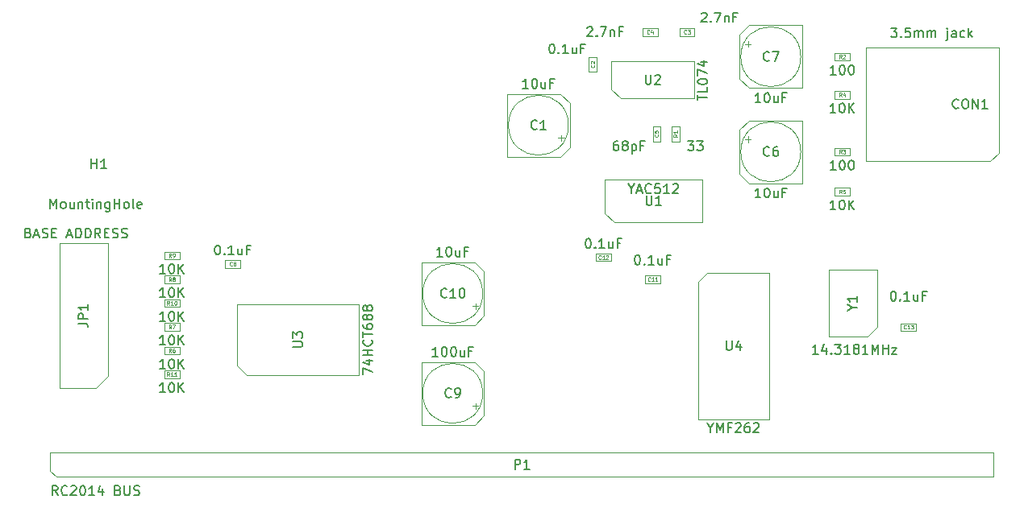
<source format=gbr>
%TF.GenerationSoftware,KiCad,Pcbnew,9.0.1+1*%
%TF.CreationDate,2025-10-09T19:14:13+00:00*%
%TF.ProjectId,rcbus-opl3,72636275-732d-46f7-906c-332e6b696361,@version@*%
%TF.SameCoordinates,Original*%
%TF.FileFunction,AssemblyDrawing,Top*%
%FSLAX46Y46*%
G04 Gerber Fmt 4.6, Leading zero omitted, Abs format (unit mm)*
G04 Created by KiCad (PCBNEW 9.0.1+1) date 2025-10-09 19:14:13*
%MOMM*%
%LPD*%
G01*
G04 APERTURE LIST*
%ADD10C,0.150000*%
%ADD11C,0.060000*%
%ADD12C,0.100000*%
G04 APERTURE END LIST*
D10*
X77757143Y-140424819D02*
X77852381Y-140424819D01*
X77852381Y-140424819D02*
X77947619Y-140472438D01*
X77947619Y-140472438D02*
X77995238Y-140520057D01*
X77995238Y-140520057D02*
X78042857Y-140615295D01*
X78042857Y-140615295D02*
X78090476Y-140805771D01*
X78090476Y-140805771D02*
X78090476Y-141043866D01*
X78090476Y-141043866D02*
X78042857Y-141234342D01*
X78042857Y-141234342D02*
X77995238Y-141329580D01*
X77995238Y-141329580D02*
X77947619Y-141377200D01*
X77947619Y-141377200D02*
X77852381Y-141424819D01*
X77852381Y-141424819D02*
X77757143Y-141424819D01*
X77757143Y-141424819D02*
X77661905Y-141377200D01*
X77661905Y-141377200D02*
X77614286Y-141329580D01*
X77614286Y-141329580D02*
X77566667Y-141234342D01*
X77566667Y-141234342D02*
X77519048Y-141043866D01*
X77519048Y-141043866D02*
X77519048Y-140805771D01*
X77519048Y-140805771D02*
X77566667Y-140615295D01*
X77566667Y-140615295D02*
X77614286Y-140520057D01*
X77614286Y-140520057D02*
X77661905Y-140472438D01*
X77661905Y-140472438D02*
X77757143Y-140424819D01*
X78519048Y-141329580D02*
X78566667Y-141377200D01*
X78566667Y-141377200D02*
X78519048Y-141424819D01*
X78519048Y-141424819D02*
X78471429Y-141377200D01*
X78471429Y-141377200D02*
X78519048Y-141329580D01*
X78519048Y-141329580D02*
X78519048Y-141424819D01*
X79519047Y-141424819D02*
X78947619Y-141424819D01*
X79233333Y-141424819D02*
X79233333Y-140424819D01*
X79233333Y-140424819D02*
X79138095Y-140567676D01*
X79138095Y-140567676D02*
X79042857Y-140662914D01*
X79042857Y-140662914D02*
X78947619Y-140710533D01*
X80376190Y-140758152D02*
X80376190Y-141424819D01*
X79947619Y-140758152D02*
X79947619Y-141281961D01*
X79947619Y-141281961D02*
X79995238Y-141377200D01*
X79995238Y-141377200D02*
X80090476Y-141424819D01*
X80090476Y-141424819D02*
X80233333Y-141424819D01*
X80233333Y-141424819D02*
X80328571Y-141377200D01*
X80328571Y-141377200D02*
X80376190Y-141329580D01*
X81185714Y-140901009D02*
X80852381Y-140901009D01*
X80852381Y-141424819D02*
X80852381Y-140424819D01*
X80852381Y-140424819D02*
X81328571Y-140424819D01*
D11*
X79333333Y-142543832D02*
X79314285Y-142562880D01*
X79314285Y-142562880D02*
X79257143Y-142581927D01*
X79257143Y-142581927D02*
X79219047Y-142581927D01*
X79219047Y-142581927D02*
X79161904Y-142562880D01*
X79161904Y-142562880D02*
X79123809Y-142524784D01*
X79123809Y-142524784D02*
X79104762Y-142486689D01*
X79104762Y-142486689D02*
X79085714Y-142410499D01*
X79085714Y-142410499D02*
X79085714Y-142353356D01*
X79085714Y-142353356D02*
X79104762Y-142277165D01*
X79104762Y-142277165D02*
X79123809Y-142239070D01*
X79123809Y-142239070D02*
X79161904Y-142200975D01*
X79161904Y-142200975D02*
X79219047Y-142181927D01*
X79219047Y-142181927D02*
X79257143Y-142181927D01*
X79257143Y-142181927D02*
X79314285Y-142200975D01*
X79314285Y-142200975D02*
X79333333Y-142220022D01*
X79561904Y-142353356D02*
X79523809Y-142334308D01*
X79523809Y-142334308D02*
X79504762Y-142315260D01*
X79504762Y-142315260D02*
X79485714Y-142277165D01*
X79485714Y-142277165D02*
X79485714Y-142258118D01*
X79485714Y-142258118D02*
X79504762Y-142220022D01*
X79504762Y-142220022D02*
X79523809Y-142200975D01*
X79523809Y-142200975D02*
X79561904Y-142181927D01*
X79561904Y-142181927D02*
X79638095Y-142181927D01*
X79638095Y-142181927D02*
X79676190Y-142200975D01*
X79676190Y-142200975D02*
X79695238Y-142220022D01*
X79695238Y-142220022D02*
X79714285Y-142258118D01*
X79714285Y-142258118D02*
X79714285Y-142277165D01*
X79714285Y-142277165D02*
X79695238Y-142315260D01*
X79695238Y-142315260D02*
X79676190Y-142334308D01*
X79676190Y-142334308D02*
X79638095Y-142353356D01*
X79638095Y-142353356D02*
X79561904Y-142353356D01*
X79561904Y-142353356D02*
X79523809Y-142372403D01*
X79523809Y-142372403D02*
X79504762Y-142391451D01*
X79504762Y-142391451D02*
X79485714Y-142429546D01*
X79485714Y-142429546D02*
X79485714Y-142505737D01*
X79485714Y-142505737D02*
X79504762Y-142543832D01*
X79504762Y-142543832D02*
X79523809Y-142562880D01*
X79523809Y-142562880D02*
X79561904Y-142581927D01*
X79561904Y-142581927D02*
X79638095Y-142581927D01*
X79638095Y-142581927D02*
X79676190Y-142562880D01*
X79676190Y-142562880D02*
X79695238Y-142543832D01*
X79695238Y-142543832D02*
X79714285Y-142505737D01*
X79714285Y-142505737D02*
X79714285Y-142429546D01*
X79714285Y-142429546D02*
X79695238Y-142391451D01*
X79695238Y-142391451D02*
X79676190Y-142372403D01*
X79676190Y-142372403D02*
X79638095Y-142353356D01*
D10*
X116682143Y-139724819D02*
X116777381Y-139724819D01*
X116777381Y-139724819D02*
X116872619Y-139772438D01*
X116872619Y-139772438D02*
X116920238Y-139820057D01*
X116920238Y-139820057D02*
X116967857Y-139915295D01*
X116967857Y-139915295D02*
X117015476Y-140105771D01*
X117015476Y-140105771D02*
X117015476Y-140343866D01*
X117015476Y-140343866D02*
X116967857Y-140534342D01*
X116967857Y-140534342D02*
X116920238Y-140629580D01*
X116920238Y-140629580D02*
X116872619Y-140677200D01*
X116872619Y-140677200D02*
X116777381Y-140724819D01*
X116777381Y-140724819D02*
X116682143Y-140724819D01*
X116682143Y-140724819D02*
X116586905Y-140677200D01*
X116586905Y-140677200D02*
X116539286Y-140629580D01*
X116539286Y-140629580D02*
X116491667Y-140534342D01*
X116491667Y-140534342D02*
X116444048Y-140343866D01*
X116444048Y-140343866D02*
X116444048Y-140105771D01*
X116444048Y-140105771D02*
X116491667Y-139915295D01*
X116491667Y-139915295D02*
X116539286Y-139820057D01*
X116539286Y-139820057D02*
X116586905Y-139772438D01*
X116586905Y-139772438D02*
X116682143Y-139724819D01*
X117444048Y-140629580D02*
X117491667Y-140677200D01*
X117491667Y-140677200D02*
X117444048Y-140724819D01*
X117444048Y-140724819D02*
X117396429Y-140677200D01*
X117396429Y-140677200D02*
X117444048Y-140629580D01*
X117444048Y-140629580D02*
X117444048Y-140724819D01*
X118444047Y-140724819D02*
X117872619Y-140724819D01*
X118158333Y-140724819D02*
X118158333Y-139724819D01*
X118158333Y-139724819D02*
X118063095Y-139867676D01*
X118063095Y-139867676D02*
X117967857Y-139962914D01*
X117967857Y-139962914D02*
X117872619Y-140010533D01*
X119301190Y-140058152D02*
X119301190Y-140724819D01*
X118872619Y-140058152D02*
X118872619Y-140581961D01*
X118872619Y-140581961D02*
X118920238Y-140677200D01*
X118920238Y-140677200D02*
X119015476Y-140724819D01*
X119015476Y-140724819D02*
X119158333Y-140724819D01*
X119158333Y-140724819D02*
X119253571Y-140677200D01*
X119253571Y-140677200D02*
X119301190Y-140629580D01*
X120110714Y-140201009D02*
X119777381Y-140201009D01*
X119777381Y-140724819D02*
X119777381Y-139724819D01*
X119777381Y-139724819D02*
X120253571Y-139724819D01*
D11*
X118067857Y-141843832D02*
X118048809Y-141862880D01*
X118048809Y-141862880D02*
X117991667Y-141881927D01*
X117991667Y-141881927D02*
X117953571Y-141881927D01*
X117953571Y-141881927D02*
X117896428Y-141862880D01*
X117896428Y-141862880D02*
X117858333Y-141824784D01*
X117858333Y-141824784D02*
X117839286Y-141786689D01*
X117839286Y-141786689D02*
X117820238Y-141710499D01*
X117820238Y-141710499D02*
X117820238Y-141653356D01*
X117820238Y-141653356D02*
X117839286Y-141577165D01*
X117839286Y-141577165D02*
X117858333Y-141539070D01*
X117858333Y-141539070D02*
X117896428Y-141500975D01*
X117896428Y-141500975D02*
X117953571Y-141481927D01*
X117953571Y-141481927D02*
X117991667Y-141481927D01*
X117991667Y-141481927D02*
X118048809Y-141500975D01*
X118048809Y-141500975D02*
X118067857Y-141520022D01*
X118448809Y-141881927D02*
X118220238Y-141881927D01*
X118334524Y-141881927D02*
X118334524Y-141481927D01*
X118334524Y-141481927D02*
X118296428Y-141539070D01*
X118296428Y-141539070D02*
X118258333Y-141577165D01*
X118258333Y-141577165D02*
X118220238Y-141596213D01*
X118601190Y-141520022D02*
X118620238Y-141500975D01*
X118620238Y-141500975D02*
X118658333Y-141481927D01*
X118658333Y-141481927D02*
X118753571Y-141481927D01*
X118753571Y-141481927D02*
X118791666Y-141500975D01*
X118791666Y-141500975D02*
X118810714Y-141520022D01*
X118810714Y-141520022D02*
X118829761Y-141558118D01*
X118829761Y-141558118D02*
X118829761Y-141596213D01*
X118829761Y-141596213D02*
X118810714Y-141653356D01*
X118810714Y-141653356D02*
X118582142Y-141881927D01*
X118582142Y-141881927D02*
X118829761Y-141881927D01*
D10*
X148533286Y-117549819D02*
X149152333Y-117549819D01*
X149152333Y-117549819D02*
X148819000Y-117930771D01*
X148819000Y-117930771D02*
X148961857Y-117930771D01*
X148961857Y-117930771D02*
X149057095Y-117978390D01*
X149057095Y-117978390D02*
X149104714Y-118026009D01*
X149104714Y-118026009D02*
X149152333Y-118121247D01*
X149152333Y-118121247D02*
X149152333Y-118359342D01*
X149152333Y-118359342D02*
X149104714Y-118454580D01*
X149104714Y-118454580D02*
X149057095Y-118502200D01*
X149057095Y-118502200D02*
X148961857Y-118549819D01*
X148961857Y-118549819D02*
X148676143Y-118549819D01*
X148676143Y-118549819D02*
X148580905Y-118502200D01*
X148580905Y-118502200D02*
X148533286Y-118454580D01*
X149580905Y-118454580D02*
X149628524Y-118502200D01*
X149628524Y-118502200D02*
X149580905Y-118549819D01*
X149580905Y-118549819D02*
X149533286Y-118502200D01*
X149533286Y-118502200D02*
X149580905Y-118454580D01*
X149580905Y-118454580D02*
X149580905Y-118549819D01*
X150533285Y-117549819D02*
X150057095Y-117549819D01*
X150057095Y-117549819D02*
X150009476Y-118026009D01*
X150009476Y-118026009D02*
X150057095Y-117978390D01*
X150057095Y-117978390D02*
X150152333Y-117930771D01*
X150152333Y-117930771D02*
X150390428Y-117930771D01*
X150390428Y-117930771D02*
X150485666Y-117978390D01*
X150485666Y-117978390D02*
X150533285Y-118026009D01*
X150533285Y-118026009D02*
X150580904Y-118121247D01*
X150580904Y-118121247D02*
X150580904Y-118359342D01*
X150580904Y-118359342D02*
X150533285Y-118454580D01*
X150533285Y-118454580D02*
X150485666Y-118502200D01*
X150485666Y-118502200D02*
X150390428Y-118549819D01*
X150390428Y-118549819D02*
X150152333Y-118549819D01*
X150152333Y-118549819D02*
X150057095Y-118502200D01*
X150057095Y-118502200D02*
X150009476Y-118454580D01*
X151009476Y-118549819D02*
X151009476Y-117883152D01*
X151009476Y-117978390D02*
X151057095Y-117930771D01*
X151057095Y-117930771D02*
X151152333Y-117883152D01*
X151152333Y-117883152D02*
X151295190Y-117883152D01*
X151295190Y-117883152D02*
X151390428Y-117930771D01*
X151390428Y-117930771D02*
X151438047Y-118026009D01*
X151438047Y-118026009D02*
X151438047Y-118549819D01*
X151438047Y-118026009D02*
X151485666Y-117930771D01*
X151485666Y-117930771D02*
X151580904Y-117883152D01*
X151580904Y-117883152D02*
X151723761Y-117883152D01*
X151723761Y-117883152D02*
X151819000Y-117930771D01*
X151819000Y-117930771D02*
X151866619Y-118026009D01*
X151866619Y-118026009D02*
X151866619Y-118549819D01*
X152342809Y-118549819D02*
X152342809Y-117883152D01*
X152342809Y-117978390D02*
X152390428Y-117930771D01*
X152390428Y-117930771D02*
X152485666Y-117883152D01*
X152485666Y-117883152D02*
X152628523Y-117883152D01*
X152628523Y-117883152D02*
X152723761Y-117930771D01*
X152723761Y-117930771D02*
X152771380Y-118026009D01*
X152771380Y-118026009D02*
X152771380Y-118549819D01*
X152771380Y-118026009D02*
X152818999Y-117930771D01*
X152818999Y-117930771D02*
X152914237Y-117883152D01*
X152914237Y-117883152D02*
X153057094Y-117883152D01*
X153057094Y-117883152D02*
X153152333Y-117930771D01*
X153152333Y-117930771D02*
X153199952Y-118026009D01*
X153199952Y-118026009D02*
X153199952Y-118549819D01*
X154438047Y-117883152D02*
X154438047Y-118740295D01*
X154438047Y-118740295D02*
X154390428Y-118835533D01*
X154390428Y-118835533D02*
X154295190Y-118883152D01*
X154295190Y-118883152D02*
X154247571Y-118883152D01*
X154438047Y-117549819D02*
X154390428Y-117597438D01*
X154390428Y-117597438D02*
X154438047Y-117645057D01*
X154438047Y-117645057D02*
X154485666Y-117597438D01*
X154485666Y-117597438D02*
X154438047Y-117549819D01*
X154438047Y-117549819D02*
X154438047Y-117645057D01*
X155342808Y-118549819D02*
X155342808Y-118026009D01*
X155342808Y-118026009D02*
X155295189Y-117930771D01*
X155295189Y-117930771D02*
X155199951Y-117883152D01*
X155199951Y-117883152D02*
X155009475Y-117883152D01*
X155009475Y-117883152D02*
X154914237Y-117930771D01*
X155342808Y-118502200D02*
X155247570Y-118549819D01*
X155247570Y-118549819D02*
X155009475Y-118549819D01*
X155009475Y-118549819D02*
X154914237Y-118502200D01*
X154914237Y-118502200D02*
X154866618Y-118406961D01*
X154866618Y-118406961D02*
X154866618Y-118311723D01*
X154866618Y-118311723D02*
X154914237Y-118216485D01*
X154914237Y-118216485D02*
X155009475Y-118168866D01*
X155009475Y-118168866D02*
X155247570Y-118168866D01*
X155247570Y-118168866D02*
X155342808Y-118121247D01*
X156247570Y-118502200D02*
X156152332Y-118549819D01*
X156152332Y-118549819D02*
X155961856Y-118549819D01*
X155961856Y-118549819D02*
X155866618Y-118502200D01*
X155866618Y-118502200D02*
X155818999Y-118454580D01*
X155818999Y-118454580D02*
X155771380Y-118359342D01*
X155771380Y-118359342D02*
X155771380Y-118073628D01*
X155771380Y-118073628D02*
X155818999Y-117978390D01*
X155818999Y-117978390D02*
X155866618Y-117930771D01*
X155866618Y-117930771D02*
X155961856Y-117883152D01*
X155961856Y-117883152D02*
X156152332Y-117883152D01*
X156152332Y-117883152D02*
X156247570Y-117930771D01*
X156676142Y-118549819D02*
X156676142Y-117549819D01*
X156771380Y-118168866D02*
X157057094Y-118549819D01*
X157057094Y-117883152D02*
X156676142Y-118264104D01*
X155604714Y-125954580D02*
X155557095Y-126002200D01*
X155557095Y-126002200D02*
X155414238Y-126049819D01*
X155414238Y-126049819D02*
X155319000Y-126049819D01*
X155319000Y-126049819D02*
X155176143Y-126002200D01*
X155176143Y-126002200D02*
X155080905Y-125906961D01*
X155080905Y-125906961D02*
X155033286Y-125811723D01*
X155033286Y-125811723D02*
X154985667Y-125621247D01*
X154985667Y-125621247D02*
X154985667Y-125478390D01*
X154985667Y-125478390D02*
X155033286Y-125287914D01*
X155033286Y-125287914D02*
X155080905Y-125192676D01*
X155080905Y-125192676D02*
X155176143Y-125097438D01*
X155176143Y-125097438D02*
X155319000Y-125049819D01*
X155319000Y-125049819D02*
X155414238Y-125049819D01*
X155414238Y-125049819D02*
X155557095Y-125097438D01*
X155557095Y-125097438D02*
X155604714Y-125145057D01*
X156223762Y-125049819D02*
X156414238Y-125049819D01*
X156414238Y-125049819D02*
X156509476Y-125097438D01*
X156509476Y-125097438D02*
X156604714Y-125192676D01*
X156604714Y-125192676D02*
X156652333Y-125383152D01*
X156652333Y-125383152D02*
X156652333Y-125716485D01*
X156652333Y-125716485D02*
X156604714Y-125906961D01*
X156604714Y-125906961D02*
X156509476Y-126002200D01*
X156509476Y-126002200D02*
X156414238Y-126049819D01*
X156414238Y-126049819D02*
X156223762Y-126049819D01*
X156223762Y-126049819D02*
X156128524Y-126002200D01*
X156128524Y-126002200D02*
X156033286Y-125906961D01*
X156033286Y-125906961D02*
X155985667Y-125716485D01*
X155985667Y-125716485D02*
X155985667Y-125383152D01*
X155985667Y-125383152D02*
X156033286Y-125192676D01*
X156033286Y-125192676D02*
X156128524Y-125097438D01*
X156128524Y-125097438D02*
X156223762Y-125049819D01*
X157080905Y-126049819D02*
X157080905Y-125049819D01*
X157080905Y-125049819D02*
X157652333Y-126049819D01*
X157652333Y-126049819D02*
X157652333Y-125049819D01*
X158652333Y-126049819D02*
X158080905Y-126049819D01*
X158366619Y-126049819D02*
X158366619Y-125049819D01*
X158366619Y-125049819D02*
X158271381Y-125192676D01*
X158271381Y-125192676D02*
X158176143Y-125287914D01*
X158176143Y-125287914D02*
X158080905Y-125335533D01*
X57929999Y-139111009D02*
X58072856Y-139158628D01*
X58072856Y-139158628D02*
X58120475Y-139206247D01*
X58120475Y-139206247D02*
X58168094Y-139301485D01*
X58168094Y-139301485D02*
X58168094Y-139444342D01*
X58168094Y-139444342D02*
X58120475Y-139539580D01*
X58120475Y-139539580D02*
X58072856Y-139587200D01*
X58072856Y-139587200D02*
X57977618Y-139634819D01*
X57977618Y-139634819D02*
X57596666Y-139634819D01*
X57596666Y-139634819D02*
X57596666Y-138634819D01*
X57596666Y-138634819D02*
X57929999Y-138634819D01*
X57929999Y-138634819D02*
X58025237Y-138682438D01*
X58025237Y-138682438D02*
X58072856Y-138730057D01*
X58072856Y-138730057D02*
X58120475Y-138825295D01*
X58120475Y-138825295D02*
X58120475Y-138920533D01*
X58120475Y-138920533D02*
X58072856Y-139015771D01*
X58072856Y-139015771D02*
X58025237Y-139063390D01*
X58025237Y-139063390D02*
X57929999Y-139111009D01*
X57929999Y-139111009D02*
X57596666Y-139111009D01*
X58549047Y-139349104D02*
X59025237Y-139349104D01*
X58453809Y-139634819D02*
X58787142Y-138634819D01*
X58787142Y-138634819D02*
X59120475Y-139634819D01*
X59406190Y-139587200D02*
X59549047Y-139634819D01*
X59549047Y-139634819D02*
X59787142Y-139634819D01*
X59787142Y-139634819D02*
X59882380Y-139587200D01*
X59882380Y-139587200D02*
X59929999Y-139539580D01*
X59929999Y-139539580D02*
X59977618Y-139444342D01*
X59977618Y-139444342D02*
X59977618Y-139349104D01*
X59977618Y-139349104D02*
X59929999Y-139253866D01*
X59929999Y-139253866D02*
X59882380Y-139206247D01*
X59882380Y-139206247D02*
X59787142Y-139158628D01*
X59787142Y-139158628D02*
X59596666Y-139111009D01*
X59596666Y-139111009D02*
X59501428Y-139063390D01*
X59501428Y-139063390D02*
X59453809Y-139015771D01*
X59453809Y-139015771D02*
X59406190Y-138920533D01*
X59406190Y-138920533D02*
X59406190Y-138825295D01*
X59406190Y-138825295D02*
X59453809Y-138730057D01*
X59453809Y-138730057D02*
X59501428Y-138682438D01*
X59501428Y-138682438D02*
X59596666Y-138634819D01*
X59596666Y-138634819D02*
X59834761Y-138634819D01*
X59834761Y-138634819D02*
X59977618Y-138682438D01*
X60406190Y-139111009D02*
X60739523Y-139111009D01*
X60882380Y-139634819D02*
X60406190Y-139634819D01*
X60406190Y-139634819D02*
X60406190Y-138634819D01*
X60406190Y-138634819D02*
X60882380Y-138634819D01*
X62025238Y-139349104D02*
X62501428Y-139349104D01*
X61930000Y-139634819D02*
X62263333Y-138634819D01*
X62263333Y-138634819D02*
X62596666Y-139634819D01*
X62930000Y-139634819D02*
X62930000Y-138634819D01*
X62930000Y-138634819D02*
X63168095Y-138634819D01*
X63168095Y-138634819D02*
X63310952Y-138682438D01*
X63310952Y-138682438D02*
X63406190Y-138777676D01*
X63406190Y-138777676D02*
X63453809Y-138872914D01*
X63453809Y-138872914D02*
X63501428Y-139063390D01*
X63501428Y-139063390D02*
X63501428Y-139206247D01*
X63501428Y-139206247D02*
X63453809Y-139396723D01*
X63453809Y-139396723D02*
X63406190Y-139491961D01*
X63406190Y-139491961D02*
X63310952Y-139587200D01*
X63310952Y-139587200D02*
X63168095Y-139634819D01*
X63168095Y-139634819D02*
X62930000Y-139634819D01*
X63930000Y-139634819D02*
X63930000Y-138634819D01*
X63930000Y-138634819D02*
X64168095Y-138634819D01*
X64168095Y-138634819D02*
X64310952Y-138682438D01*
X64310952Y-138682438D02*
X64406190Y-138777676D01*
X64406190Y-138777676D02*
X64453809Y-138872914D01*
X64453809Y-138872914D02*
X64501428Y-139063390D01*
X64501428Y-139063390D02*
X64501428Y-139206247D01*
X64501428Y-139206247D02*
X64453809Y-139396723D01*
X64453809Y-139396723D02*
X64406190Y-139491961D01*
X64406190Y-139491961D02*
X64310952Y-139587200D01*
X64310952Y-139587200D02*
X64168095Y-139634819D01*
X64168095Y-139634819D02*
X63930000Y-139634819D01*
X65501428Y-139634819D02*
X65168095Y-139158628D01*
X64930000Y-139634819D02*
X64930000Y-138634819D01*
X64930000Y-138634819D02*
X65310952Y-138634819D01*
X65310952Y-138634819D02*
X65406190Y-138682438D01*
X65406190Y-138682438D02*
X65453809Y-138730057D01*
X65453809Y-138730057D02*
X65501428Y-138825295D01*
X65501428Y-138825295D02*
X65501428Y-138968152D01*
X65501428Y-138968152D02*
X65453809Y-139063390D01*
X65453809Y-139063390D02*
X65406190Y-139111009D01*
X65406190Y-139111009D02*
X65310952Y-139158628D01*
X65310952Y-139158628D02*
X64930000Y-139158628D01*
X65930000Y-139111009D02*
X66263333Y-139111009D01*
X66406190Y-139634819D02*
X65930000Y-139634819D01*
X65930000Y-139634819D02*
X65930000Y-138634819D01*
X65930000Y-138634819D02*
X66406190Y-138634819D01*
X66787143Y-139587200D02*
X66930000Y-139634819D01*
X66930000Y-139634819D02*
X67168095Y-139634819D01*
X67168095Y-139634819D02*
X67263333Y-139587200D01*
X67263333Y-139587200D02*
X67310952Y-139539580D01*
X67310952Y-139539580D02*
X67358571Y-139444342D01*
X67358571Y-139444342D02*
X67358571Y-139349104D01*
X67358571Y-139349104D02*
X67310952Y-139253866D01*
X67310952Y-139253866D02*
X67263333Y-139206247D01*
X67263333Y-139206247D02*
X67168095Y-139158628D01*
X67168095Y-139158628D02*
X66977619Y-139111009D01*
X66977619Y-139111009D02*
X66882381Y-139063390D01*
X66882381Y-139063390D02*
X66834762Y-139015771D01*
X66834762Y-139015771D02*
X66787143Y-138920533D01*
X66787143Y-138920533D02*
X66787143Y-138825295D01*
X66787143Y-138825295D02*
X66834762Y-138730057D01*
X66834762Y-138730057D02*
X66882381Y-138682438D01*
X66882381Y-138682438D02*
X66977619Y-138634819D01*
X66977619Y-138634819D02*
X67215714Y-138634819D01*
X67215714Y-138634819D02*
X67358571Y-138682438D01*
X67739524Y-139587200D02*
X67882381Y-139634819D01*
X67882381Y-139634819D02*
X68120476Y-139634819D01*
X68120476Y-139634819D02*
X68215714Y-139587200D01*
X68215714Y-139587200D02*
X68263333Y-139539580D01*
X68263333Y-139539580D02*
X68310952Y-139444342D01*
X68310952Y-139444342D02*
X68310952Y-139349104D01*
X68310952Y-139349104D02*
X68263333Y-139253866D01*
X68263333Y-139253866D02*
X68215714Y-139206247D01*
X68215714Y-139206247D02*
X68120476Y-139158628D01*
X68120476Y-139158628D02*
X67930000Y-139111009D01*
X67930000Y-139111009D02*
X67834762Y-139063390D01*
X67834762Y-139063390D02*
X67787143Y-139015771D01*
X67787143Y-139015771D02*
X67739524Y-138920533D01*
X67739524Y-138920533D02*
X67739524Y-138825295D01*
X67739524Y-138825295D02*
X67787143Y-138730057D01*
X67787143Y-138730057D02*
X67834762Y-138682438D01*
X67834762Y-138682438D02*
X67930000Y-138634819D01*
X67930000Y-138634819D02*
X68168095Y-138634819D01*
X68168095Y-138634819D02*
X68310952Y-138682438D01*
X63184819Y-148643333D02*
X63899104Y-148643333D01*
X63899104Y-148643333D02*
X64041961Y-148690952D01*
X64041961Y-148690952D02*
X64137200Y-148786190D01*
X64137200Y-148786190D02*
X64184819Y-148929047D01*
X64184819Y-148929047D02*
X64184819Y-149024285D01*
X64184819Y-148167142D02*
X63184819Y-148167142D01*
X63184819Y-148167142D02*
X63184819Y-147786190D01*
X63184819Y-147786190D02*
X63232438Y-147690952D01*
X63232438Y-147690952D02*
X63280057Y-147643333D01*
X63280057Y-147643333D02*
X63375295Y-147595714D01*
X63375295Y-147595714D02*
X63518152Y-147595714D01*
X63518152Y-147595714D02*
X63613390Y-147643333D01*
X63613390Y-147643333D02*
X63661009Y-147690952D01*
X63661009Y-147690952D02*
X63708628Y-147786190D01*
X63708628Y-147786190D02*
X63708628Y-148167142D01*
X64184819Y-146643333D02*
X64184819Y-147214761D01*
X64184819Y-146929047D02*
X63184819Y-146929047D01*
X63184819Y-146929047D02*
X63327676Y-147024285D01*
X63327676Y-147024285D02*
X63422914Y-147119523D01*
X63422914Y-147119523D02*
X63470533Y-147214761D01*
X60246285Y-136536819D02*
X60246285Y-135536819D01*
X60246285Y-135536819D02*
X60579618Y-136251104D01*
X60579618Y-136251104D02*
X60912951Y-135536819D01*
X60912951Y-135536819D02*
X60912951Y-136536819D01*
X61531999Y-136536819D02*
X61436761Y-136489200D01*
X61436761Y-136489200D02*
X61389142Y-136441580D01*
X61389142Y-136441580D02*
X61341523Y-136346342D01*
X61341523Y-136346342D02*
X61341523Y-136060628D01*
X61341523Y-136060628D02*
X61389142Y-135965390D01*
X61389142Y-135965390D02*
X61436761Y-135917771D01*
X61436761Y-135917771D02*
X61531999Y-135870152D01*
X61531999Y-135870152D02*
X61674856Y-135870152D01*
X61674856Y-135870152D02*
X61770094Y-135917771D01*
X61770094Y-135917771D02*
X61817713Y-135965390D01*
X61817713Y-135965390D02*
X61865332Y-136060628D01*
X61865332Y-136060628D02*
X61865332Y-136346342D01*
X61865332Y-136346342D02*
X61817713Y-136441580D01*
X61817713Y-136441580D02*
X61770094Y-136489200D01*
X61770094Y-136489200D02*
X61674856Y-136536819D01*
X61674856Y-136536819D02*
X61531999Y-136536819D01*
X62722475Y-135870152D02*
X62722475Y-136536819D01*
X62293904Y-135870152D02*
X62293904Y-136393961D01*
X62293904Y-136393961D02*
X62341523Y-136489200D01*
X62341523Y-136489200D02*
X62436761Y-136536819D01*
X62436761Y-136536819D02*
X62579618Y-136536819D01*
X62579618Y-136536819D02*
X62674856Y-136489200D01*
X62674856Y-136489200D02*
X62722475Y-136441580D01*
X63198666Y-135870152D02*
X63198666Y-136536819D01*
X63198666Y-135965390D02*
X63246285Y-135917771D01*
X63246285Y-135917771D02*
X63341523Y-135870152D01*
X63341523Y-135870152D02*
X63484380Y-135870152D01*
X63484380Y-135870152D02*
X63579618Y-135917771D01*
X63579618Y-135917771D02*
X63627237Y-136013009D01*
X63627237Y-136013009D02*
X63627237Y-136536819D01*
X63960571Y-135870152D02*
X64341523Y-135870152D01*
X64103428Y-135536819D02*
X64103428Y-136393961D01*
X64103428Y-136393961D02*
X64151047Y-136489200D01*
X64151047Y-136489200D02*
X64246285Y-136536819D01*
X64246285Y-136536819D02*
X64341523Y-136536819D01*
X64674857Y-136536819D02*
X64674857Y-135870152D01*
X64674857Y-135536819D02*
X64627238Y-135584438D01*
X64627238Y-135584438D02*
X64674857Y-135632057D01*
X64674857Y-135632057D02*
X64722476Y-135584438D01*
X64722476Y-135584438D02*
X64674857Y-135536819D01*
X64674857Y-135536819D02*
X64674857Y-135632057D01*
X65151047Y-135870152D02*
X65151047Y-136536819D01*
X65151047Y-135965390D02*
X65198666Y-135917771D01*
X65198666Y-135917771D02*
X65293904Y-135870152D01*
X65293904Y-135870152D02*
X65436761Y-135870152D01*
X65436761Y-135870152D02*
X65531999Y-135917771D01*
X65531999Y-135917771D02*
X65579618Y-136013009D01*
X65579618Y-136013009D02*
X65579618Y-136536819D01*
X66484380Y-135870152D02*
X66484380Y-136679676D01*
X66484380Y-136679676D02*
X66436761Y-136774914D01*
X66436761Y-136774914D02*
X66389142Y-136822533D01*
X66389142Y-136822533D02*
X66293904Y-136870152D01*
X66293904Y-136870152D02*
X66151047Y-136870152D01*
X66151047Y-136870152D02*
X66055809Y-136822533D01*
X66484380Y-136489200D02*
X66389142Y-136536819D01*
X66389142Y-136536819D02*
X66198666Y-136536819D01*
X66198666Y-136536819D02*
X66103428Y-136489200D01*
X66103428Y-136489200D02*
X66055809Y-136441580D01*
X66055809Y-136441580D02*
X66008190Y-136346342D01*
X66008190Y-136346342D02*
X66008190Y-136060628D01*
X66008190Y-136060628D02*
X66055809Y-135965390D01*
X66055809Y-135965390D02*
X66103428Y-135917771D01*
X66103428Y-135917771D02*
X66198666Y-135870152D01*
X66198666Y-135870152D02*
X66389142Y-135870152D01*
X66389142Y-135870152D02*
X66484380Y-135917771D01*
X66960571Y-136536819D02*
X66960571Y-135536819D01*
X66960571Y-136013009D02*
X67531999Y-136013009D01*
X67531999Y-136536819D02*
X67531999Y-135536819D01*
X68151047Y-136536819D02*
X68055809Y-136489200D01*
X68055809Y-136489200D02*
X68008190Y-136441580D01*
X68008190Y-136441580D02*
X67960571Y-136346342D01*
X67960571Y-136346342D02*
X67960571Y-136060628D01*
X67960571Y-136060628D02*
X68008190Y-135965390D01*
X68008190Y-135965390D02*
X68055809Y-135917771D01*
X68055809Y-135917771D02*
X68151047Y-135870152D01*
X68151047Y-135870152D02*
X68293904Y-135870152D01*
X68293904Y-135870152D02*
X68389142Y-135917771D01*
X68389142Y-135917771D02*
X68436761Y-135965390D01*
X68436761Y-135965390D02*
X68484380Y-136060628D01*
X68484380Y-136060628D02*
X68484380Y-136346342D01*
X68484380Y-136346342D02*
X68436761Y-136441580D01*
X68436761Y-136441580D02*
X68389142Y-136489200D01*
X68389142Y-136489200D02*
X68293904Y-136536819D01*
X68293904Y-136536819D02*
X68151047Y-136536819D01*
X69055809Y-136536819D02*
X68960571Y-136489200D01*
X68960571Y-136489200D02*
X68912952Y-136393961D01*
X68912952Y-136393961D02*
X68912952Y-135536819D01*
X69817714Y-136489200D02*
X69722476Y-136536819D01*
X69722476Y-136536819D02*
X69532000Y-136536819D01*
X69532000Y-136536819D02*
X69436762Y-136489200D01*
X69436762Y-136489200D02*
X69389143Y-136393961D01*
X69389143Y-136393961D02*
X69389143Y-136013009D01*
X69389143Y-136013009D02*
X69436762Y-135917771D01*
X69436762Y-135917771D02*
X69532000Y-135870152D01*
X69532000Y-135870152D02*
X69722476Y-135870152D01*
X69722476Y-135870152D02*
X69817714Y-135917771D01*
X69817714Y-135917771D02*
X69865333Y-136013009D01*
X69865333Y-136013009D02*
X69865333Y-136108247D01*
X69865333Y-136108247D02*
X69389143Y-136203485D01*
X64570095Y-132336819D02*
X64570095Y-131336819D01*
X64570095Y-131813009D02*
X65141523Y-131813009D01*
X65141523Y-132336819D02*
X65141523Y-131336819D01*
X66141523Y-132336819D02*
X65570095Y-132336819D01*
X65855809Y-132336819D02*
X65855809Y-131336819D01*
X65855809Y-131336819D02*
X65760571Y-131479676D01*
X65760571Y-131479676D02*
X65665333Y-131574914D01*
X65665333Y-131574914D02*
X65570095Y-131622533D01*
X61023809Y-166704819D02*
X60690476Y-166228628D01*
X60452381Y-166704819D02*
X60452381Y-165704819D01*
X60452381Y-165704819D02*
X60833333Y-165704819D01*
X60833333Y-165704819D02*
X60928571Y-165752438D01*
X60928571Y-165752438D02*
X60976190Y-165800057D01*
X60976190Y-165800057D02*
X61023809Y-165895295D01*
X61023809Y-165895295D02*
X61023809Y-166038152D01*
X61023809Y-166038152D02*
X60976190Y-166133390D01*
X60976190Y-166133390D02*
X60928571Y-166181009D01*
X60928571Y-166181009D02*
X60833333Y-166228628D01*
X60833333Y-166228628D02*
X60452381Y-166228628D01*
X62023809Y-166609580D02*
X61976190Y-166657200D01*
X61976190Y-166657200D02*
X61833333Y-166704819D01*
X61833333Y-166704819D02*
X61738095Y-166704819D01*
X61738095Y-166704819D02*
X61595238Y-166657200D01*
X61595238Y-166657200D02*
X61500000Y-166561961D01*
X61500000Y-166561961D02*
X61452381Y-166466723D01*
X61452381Y-166466723D02*
X61404762Y-166276247D01*
X61404762Y-166276247D02*
X61404762Y-166133390D01*
X61404762Y-166133390D02*
X61452381Y-165942914D01*
X61452381Y-165942914D02*
X61500000Y-165847676D01*
X61500000Y-165847676D02*
X61595238Y-165752438D01*
X61595238Y-165752438D02*
X61738095Y-165704819D01*
X61738095Y-165704819D02*
X61833333Y-165704819D01*
X61833333Y-165704819D02*
X61976190Y-165752438D01*
X61976190Y-165752438D02*
X62023809Y-165800057D01*
X62404762Y-165800057D02*
X62452381Y-165752438D01*
X62452381Y-165752438D02*
X62547619Y-165704819D01*
X62547619Y-165704819D02*
X62785714Y-165704819D01*
X62785714Y-165704819D02*
X62880952Y-165752438D01*
X62880952Y-165752438D02*
X62928571Y-165800057D01*
X62928571Y-165800057D02*
X62976190Y-165895295D01*
X62976190Y-165895295D02*
X62976190Y-165990533D01*
X62976190Y-165990533D02*
X62928571Y-166133390D01*
X62928571Y-166133390D02*
X62357143Y-166704819D01*
X62357143Y-166704819D02*
X62976190Y-166704819D01*
X63595238Y-165704819D02*
X63690476Y-165704819D01*
X63690476Y-165704819D02*
X63785714Y-165752438D01*
X63785714Y-165752438D02*
X63833333Y-165800057D01*
X63833333Y-165800057D02*
X63880952Y-165895295D01*
X63880952Y-165895295D02*
X63928571Y-166085771D01*
X63928571Y-166085771D02*
X63928571Y-166323866D01*
X63928571Y-166323866D02*
X63880952Y-166514342D01*
X63880952Y-166514342D02*
X63833333Y-166609580D01*
X63833333Y-166609580D02*
X63785714Y-166657200D01*
X63785714Y-166657200D02*
X63690476Y-166704819D01*
X63690476Y-166704819D02*
X63595238Y-166704819D01*
X63595238Y-166704819D02*
X63500000Y-166657200D01*
X63500000Y-166657200D02*
X63452381Y-166609580D01*
X63452381Y-166609580D02*
X63404762Y-166514342D01*
X63404762Y-166514342D02*
X63357143Y-166323866D01*
X63357143Y-166323866D02*
X63357143Y-166085771D01*
X63357143Y-166085771D02*
X63404762Y-165895295D01*
X63404762Y-165895295D02*
X63452381Y-165800057D01*
X63452381Y-165800057D02*
X63500000Y-165752438D01*
X63500000Y-165752438D02*
X63595238Y-165704819D01*
X64880952Y-166704819D02*
X64309524Y-166704819D01*
X64595238Y-166704819D02*
X64595238Y-165704819D01*
X64595238Y-165704819D02*
X64500000Y-165847676D01*
X64500000Y-165847676D02*
X64404762Y-165942914D01*
X64404762Y-165942914D02*
X64309524Y-165990533D01*
X65738095Y-166038152D02*
X65738095Y-166704819D01*
X65500000Y-165657200D02*
X65261905Y-166371485D01*
X65261905Y-166371485D02*
X65880952Y-166371485D01*
X67357143Y-166181009D02*
X67500000Y-166228628D01*
X67500000Y-166228628D02*
X67547619Y-166276247D01*
X67547619Y-166276247D02*
X67595238Y-166371485D01*
X67595238Y-166371485D02*
X67595238Y-166514342D01*
X67595238Y-166514342D02*
X67547619Y-166609580D01*
X67547619Y-166609580D02*
X67500000Y-166657200D01*
X67500000Y-166657200D02*
X67404762Y-166704819D01*
X67404762Y-166704819D02*
X67023810Y-166704819D01*
X67023810Y-166704819D02*
X67023810Y-165704819D01*
X67023810Y-165704819D02*
X67357143Y-165704819D01*
X67357143Y-165704819D02*
X67452381Y-165752438D01*
X67452381Y-165752438D02*
X67500000Y-165800057D01*
X67500000Y-165800057D02*
X67547619Y-165895295D01*
X67547619Y-165895295D02*
X67547619Y-165990533D01*
X67547619Y-165990533D02*
X67500000Y-166085771D01*
X67500000Y-166085771D02*
X67452381Y-166133390D01*
X67452381Y-166133390D02*
X67357143Y-166181009D01*
X67357143Y-166181009D02*
X67023810Y-166181009D01*
X68023810Y-165704819D02*
X68023810Y-166514342D01*
X68023810Y-166514342D02*
X68071429Y-166609580D01*
X68071429Y-166609580D02*
X68119048Y-166657200D01*
X68119048Y-166657200D02*
X68214286Y-166704819D01*
X68214286Y-166704819D02*
X68404762Y-166704819D01*
X68404762Y-166704819D02*
X68500000Y-166657200D01*
X68500000Y-166657200D02*
X68547619Y-166609580D01*
X68547619Y-166609580D02*
X68595238Y-166514342D01*
X68595238Y-166514342D02*
X68595238Y-165704819D01*
X69023810Y-166657200D02*
X69166667Y-166704819D01*
X69166667Y-166704819D02*
X69404762Y-166704819D01*
X69404762Y-166704819D02*
X69500000Y-166657200D01*
X69500000Y-166657200D02*
X69547619Y-166609580D01*
X69547619Y-166609580D02*
X69595238Y-166514342D01*
X69595238Y-166514342D02*
X69595238Y-166419104D01*
X69595238Y-166419104D02*
X69547619Y-166323866D01*
X69547619Y-166323866D02*
X69500000Y-166276247D01*
X69500000Y-166276247D02*
X69404762Y-166228628D01*
X69404762Y-166228628D02*
X69214286Y-166181009D01*
X69214286Y-166181009D02*
X69119048Y-166133390D01*
X69119048Y-166133390D02*
X69071429Y-166085771D01*
X69071429Y-166085771D02*
X69023810Y-165990533D01*
X69023810Y-165990533D02*
X69023810Y-165895295D01*
X69023810Y-165895295D02*
X69071429Y-165800057D01*
X69071429Y-165800057D02*
X69119048Y-165752438D01*
X69119048Y-165752438D02*
X69214286Y-165704819D01*
X69214286Y-165704819D02*
X69452381Y-165704819D01*
X69452381Y-165704819D02*
X69595238Y-165752438D01*
X109021905Y-163954819D02*
X109021905Y-162954819D01*
X109021905Y-162954819D02*
X109402857Y-162954819D01*
X109402857Y-162954819D02*
X109498095Y-163002438D01*
X109498095Y-163002438D02*
X109545714Y-163050057D01*
X109545714Y-163050057D02*
X109593333Y-163145295D01*
X109593333Y-163145295D02*
X109593333Y-163288152D01*
X109593333Y-163288152D02*
X109545714Y-163383390D01*
X109545714Y-163383390D02*
X109498095Y-163431009D01*
X109498095Y-163431009D02*
X109402857Y-163478628D01*
X109402857Y-163478628D02*
X109021905Y-163478628D01*
X110545714Y-163954819D02*
X109974286Y-163954819D01*
X110260000Y-163954819D02*
X110260000Y-162954819D01*
X110260000Y-162954819D02*
X110164762Y-163097676D01*
X110164762Y-163097676D02*
X110069524Y-163192914D01*
X110069524Y-163192914D02*
X109974286Y-163240533D01*
X93069819Y-153992856D02*
X93069819Y-153326190D01*
X93069819Y-153326190D02*
X94069819Y-153754761D01*
X93403152Y-152516666D02*
X94069819Y-152516666D01*
X93022200Y-152754761D02*
X93736485Y-152992856D01*
X93736485Y-152992856D02*
X93736485Y-152373809D01*
X94069819Y-151992856D02*
X93069819Y-151992856D01*
X93546009Y-151992856D02*
X93546009Y-151421428D01*
X94069819Y-151421428D02*
X93069819Y-151421428D01*
X93974580Y-150373809D02*
X94022200Y-150421428D01*
X94022200Y-150421428D02*
X94069819Y-150564285D01*
X94069819Y-150564285D02*
X94069819Y-150659523D01*
X94069819Y-150659523D02*
X94022200Y-150802380D01*
X94022200Y-150802380D02*
X93926961Y-150897618D01*
X93926961Y-150897618D02*
X93831723Y-150945237D01*
X93831723Y-150945237D02*
X93641247Y-150992856D01*
X93641247Y-150992856D02*
X93498390Y-150992856D01*
X93498390Y-150992856D02*
X93307914Y-150945237D01*
X93307914Y-150945237D02*
X93212676Y-150897618D01*
X93212676Y-150897618D02*
X93117438Y-150802380D01*
X93117438Y-150802380D02*
X93069819Y-150659523D01*
X93069819Y-150659523D02*
X93069819Y-150564285D01*
X93069819Y-150564285D02*
X93117438Y-150421428D01*
X93117438Y-150421428D02*
X93165057Y-150373809D01*
X93069819Y-150088094D02*
X93069819Y-149516666D01*
X94069819Y-149802380D02*
X93069819Y-149802380D01*
X93069819Y-148754761D02*
X93069819Y-148945237D01*
X93069819Y-148945237D02*
X93117438Y-149040475D01*
X93117438Y-149040475D02*
X93165057Y-149088094D01*
X93165057Y-149088094D02*
X93307914Y-149183332D01*
X93307914Y-149183332D02*
X93498390Y-149230951D01*
X93498390Y-149230951D02*
X93879342Y-149230951D01*
X93879342Y-149230951D02*
X93974580Y-149183332D01*
X93974580Y-149183332D02*
X94022200Y-149135713D01*
X94022200Y-149135713D02*
X94069819Y-149040475D01*
X94069819Y-149040475D02*
X94069819Y-148849999D01*
X94069819Y-148849999D02*
X94022200Y-148754761D01*
X94022200Y-148754761D02*
X93974580Y-148707142D01*
X93974580Y-148707142D02*
X93879342Y-148659523D01*
X93879342Y-148659523D02*
X93641247Y-148659523D01*
X93641247Y-148659523D02*
X93546009Y-148707142D01*
X93546009Y-148707142D02*
X93498390Y-148754761D01*
X93498390Y-148754761D02*
X93450771Y-148849999D01*
X93450771Y-148849999D02*
X93450771Y-149040475D01*
X93450771Y-149040475D02*
X93498390Y-149135713D01*
X93498390Y-149135713D02*
X93546009Y-149183332D01*
X93546009Y-149183332D02*
X93641247Y-149230951D01*
X93498390Y-148088094D02*
X93450771Y-148183332D01*
X93450771Y-148183332D02*
X93403152Y-148230951D01*
X93403152Y-148230951D02*
X93307914Y-148278570D01*
X93307914Y-148278570D02*
X93260295Y-148278570D01*
X93260295Y-148278570D02*
X93165057Y-148230951D01*
X93165057Y-148230951D02*
X93117438Y-148183332D01*
X93117438Y-148183332D02*
X93069819Y-148088094D01*
X93069819Y-148088094D02*
X93069819Y-147897618D01*
X93069819Y-147897618D02*
X93117438Y-147802380D01*
X93117438Y-147802380D02*
X93165057Y-147754761D01*
X93165057Y-147754761D02*
X93260295Y-147707142D01*
X93260295Y-147707142D02*
X93307914Y-147707142D01*
X93307914Y-147707142D02*
X93403152Y-147754761D01*
X93403152Y-147754761D02*
X93450771Y-147802380D01*
X93450771Y-147802380D02*
X93498390Y-147897618D01*
X93498390Y-147897618D02*
X93498390Y-148088094D01*
X93498390Y-148088094D02*
X93546009Y-148183332D01*
X93546009Y-148183332D02*
X93593628Y-148230951D01*
X93593628Y-148230951D02*
X93688866Y-148278570D01*
X93688866Y-148278570D02*
X93879342Y-148278570D01*
X93879342Y-148278570D02*
X93974580Y-148230951D01*
X93974580Y-148230951D02*
X94022200Y-148183332D01*
X94022200Y-148183332D02*
X94069819Y-148088094D01*
X94069819Y-148088094D02*
X94069819Y-147897618D01*
X94069819Y-147897618D02*
X94022200Y-147802380D01*
X94022200Y-147802380D02*
X93974580Y-147754761D01*
X93974580Y-147754761D02*
X93879342Y-147707142D01*
X93879342Y-147707142D02*
X93688866Y-147707142D01*
X93688866Y-147707142D02*
X93593628Y-147754761D01*
X93593628Y-147754761D02*
X93546009Y-147802380D01*
X93546009Y-147802380D02*
X93498390Y-147897618D01*
X93498390Y-147135713D02*
X93450771Y-147230951D01*
X93450771Y-147230951D02*
X93403152Y-147278570D01*
X93403152Y-147278570D02*
X93307914Y-147326189D01*
X93307914Y-147326189D02*
X93260295Y-147326189D01*
X93260295Y-147326189D02*
X93165057Y-147278570D01*
X93165057Y-147278570D02*
X93117438Y-147230951D01*
X93117438Y-147230951D02*
X93069819Y-147135713D01*
X93069819Y-147135713D02*
X93069819Y-146945237D01*
X93069819Y-146945237D02*
X93117438Y-146849999D01*
X93117438Y-146849999D02*
X93165057Y-146802380D01*
X93165057Y-146802380D02*
X93260295Y-146754761D01*
X93260295Y-146754761D02*
X93307914Y-146754761D01*
X93307914Y-146754761D02*
X93403152Y-146802380D01*
X93403152Y-146802380D02*
X93450771Y-146849999D01*
X93450771Y-146849999D02*
X93498390Y-146945237D01*
X93498390Y-146945237D02*
X93498390Y-147135713D01*
X93498390Y-147135713D02*
X93546009Y-147230951D01*
X93546009Y-147230951D02*
X93593628Y-147278570D01*
X93593628Y-147278570D02*
X93688866Y-147326189D01*
X93688866Y-147326189D02*
X93879342Y-147326189D01*
X93879342Y-147326189D02*
X93974580Y-147278570D01*
X93974580Y-147278570D02*
X94022200Y-147230951D01*
X94022200Y-147230951D02*
X94069819Y-147135713D01*
X94069819Y-147135713D02*
X94069819Y-146945237D01*
X94069819Y-146945237D02*
X94022200Y-146849999D01*
X94022200Y-146849999D02*
X93974580Y-146802380D01*
X93974580Y-146802380D02*
X93879342Y-146754761D01*
X93879342Y-146754761D02*
X93688866Y-146754761D01*
X93688866Y-146754761D02*
X93593628Y-146802380D01*
X93593628Y-146802380D02*
X93546009Y-146849999D01*
X93546009Y-146849999D02*
X93498390Y-146945237D01*
X85719819Y-151111904D02*
X86529342Y-151111904D01*
X86529342Y-151111904D02*
X86624580Y-151064285D01*
X86624580Y-151064285D02*
X86672200Y-151016666D01*
X86672200Y-151016666D02*
X86719819Y-150921428D01*
X86719819Y-150921428D02*
X86719819Y-150730952D01*
X86719819Y-150730952D02*
X86672200Y-150635714D01*
X86672200Y-150635714D02*
X86624580Y-150588095D01*
X86624580Y-150588095D02*
X86529342Y-150540476D01*
X86529342Y-150540476D02*
X85719819Y-150540476D01*
X85719819Y-150159523D02*
X85719819Y-149540476D01*
X85719819Y-149540476D02*
X86100771Y-149873809D01*
X86100771Y-149873809D02*
X86100771Y-149730952D01*
X86100771Y-149730952D02*
X86148390Y-149635714D01*
X86148390Y-149635714D02*
X86196009Y-149588095D01*
X86196009Y-149588095D02*
X86291247Y-149540476D01*
X86291247Y-149540476D02*
X86529342Y-149540476D01*
X86529342Y-149540476D02*
X86624580Y-149588095D01*
X86624580Y-149588095D02*
X86672200Y-149635714D01*
X86672200Y-149635714D02*
X86719819Y-149730952D01*
X86719819Y-149730952D02*
X86719819Y-150016666D01*
X86719819Y-150016666D02*
X86672200Y-150111904D01*
X86672200Y-150111904D02*
X86624580Y-150159523D01*
X119833333Y-129454819D02*
X119642857Y-129454819D01*
X119642857Y-129454819D02*
X119547619Y-129502438D01*
X119547619Y-129502438D02*
X119500000Y-129550057D01*
X119500000Y-129550057D02*
X119404762Y-129692914D01*
X119404762Y-129692914D02*
X119357143Y-129883390D01*
X119357143Y-129883390D02*
X119357143Y-130264342D01*
X119357143Y-130264342D02*
X119404762Y-130359580D01*
X119404762Y-130359580D02*
X119452381Y-130407200D01*
X119452381Y-130407200D02*
X119547619Y-130454819D01*
X119547619Y-130454819D02*
X119738095Y-130454819D01*
X119738095Y-130454819D02*
X119833333Y-130407200D01*
X119833333Y-130407200D02*
X119880952Y-130359580D01*
X119880952Y-130359580D02*
X119928571Y-130264342D01*
X119928571Y-130264342D02*
X119928571Y-130026247D01*
X119928571Y-130026247D02*
X119880952Y-129931009D01*
X119880952Y-129931009D02*
X119833333Y-129883390D01*
X119833333Y-129883390D02*
X119738095Y-129835771D01*
X119738095Y-129835771D02*
X119547619Y-129835771D01*
X119547619Y-129835771D02*
X119452381Y-129883390D01*
X119452381Y-129883390D02*
X119404762Y-129931009D01*
X119404762Y-129931009D02*
X119357143Y-130026247D01*
X120500000Y-129883390D02*
X120404762Y-129835771D01*
X120404762Y-129835771D02*
X120357143Y-129788152D01*
X120357143Y-129788152D02*
X120309524Y-129692914D01*
X120309524Y-129692914D02*
X120309524Y-129645295D01*
X120309524Y-129645295D02*
X120357143Y-129550057D01*
X120357143Y-129550057D02*
X120404762Y-129502438D01*
X120404762Y-129502438D02*
X120500000Y-129454819D01*
X120500000Y-129454819D02*
X120690476Y-129454819D01*
X120690476Y-129454819D02*
X120785714Y-129502438D01*
X120785714Y-129502438D02*
X120833333Y-129550057D01*
X120833333Y-129550057D02*
X120880952Y-129645295D01*
X120880952Y-129645295D02*
X120880952Y-129692914D01*
X120880952Y-129692914D02*
X120833333Y-129788152D01*
X120833333Y-129788152D02*
X120785714Y-129835771D01*
X120785714Y-129835771D02*
X120690476Y-129883390D01*
X120690476Y-129883390D02*
X120500000Y-129883390D01*
X120500000Y-129883390D02*
X120404762Y-129931009D01*
X120404762Y-129931009D02*
X120357143Y-129978628D01*
X120357143Y-129978628D02*
X120309524Y-130073866D01*
X120309524Y-130073866D02*
X120309524Y-130264342D01*
X120309524Y-130264342D02*
X120357143Y-130359580D01*
X120357143Y-130359580D02*
X120404762Y-130407200D01*
X120404762Y-130407200D02*
X120500000Y-130454819D01*
X120500000Y-130454819D02*
X120690476Y-130454819D01*
X120690476Y-130454819D02*
X120785714Y-130407200D01*
X120785714Y-130407200D02*
X120833333Y-130359580D01*
X120833333Y-130359580D02*
X120880952Y-130264342D01*
X120880952Y-130264342D02*
X120880952Y-130073866D01*
X120880952Y-130073866D02*
X120833333Y-129978628D01*
X120833333Y-129978628D02*
X120785714Y-129931009D01*
X120785714Y-129931009D02*
X120690476Y-129883390D01*
X121309524Y-129788152D02*
X121309524Y-130788152D01*
X121309524Y-129835771D02*
X121404762Y-129788152D01*
X121404762Y-129788152D02*
X121595238Y-129788152D01*
X121595238Y-129788152D02*
X121690476Y-129835771D01*
X121690476Y-129835771D02*
X121738095Y-129883390D01*
X121738095Y-129883390D02*
X121785714Y-129978628D01*
X121785714Y-129978628D02*
X121785714Y-130264342D01*
X121785714Y-130264342D02*
X121738095Y-130359580D01*
X121738095Y-130359580D02*
X121690476Y-130407200D01*
X121690476Y-130407200D02*
X121595238Y-130454819D01*
X121595238Y-130454819D02*
X121404762Y-130454819D01*
X121404762Y-130454819D02*
X121309524Y-130407200D01*
X122547619Y-129931009D02*
X122214286Y-129931009D01*
X122214286Y-130454819D02*
X122214286Y-129454819D01*
X122214286Y-129454819D02*
X122690476Y-129454819D01*
D11*
X124043832Y-128766666D02*
X124062880Y-128785714D01*
X124062880Y-128785714D02*
X124081927Y-128842856D01*
X124081927Y-128842856D02*
X124081927Y-128880952D01*
X124081927Y-128880952D02*
X124062880Y-128938095D01*
X124062880Y-128938095D02*
X124024784Y-128976190D01*
X124024784Y-128976190D02*
X123986689Y-128995237D01*
X123986689Y-128995237D02*
X123910499Y-129014285D01*
X123910499Y-129014285D02*
X123853356Y-129014285D01*
X123853356Y-129014285D02*
X123777165Y-128995237D01*
X123777165Y-128995237D02*
X123739070Y-128976190D01*
X123739070Y-128976190D02*
X123700975Y-128938095D01*
X123700975Y-128938095D02*
X123681927Y-128880952D01*
X123681927Y-128880952D02*
X123681927Y-128842856D01*
X123681927Y-128842856D02*
X123700975Y-128785714D01*
X123700975Y-128785714D02*
X123720022Y-128766666D01*
X123681927Y-128404761D02*
X123681927Y-128595237D01*
X123681927Y-128595237D02*
X123872403Y-128614285D01*
X123872403Y-128614285D02*
X123853356Y-128595237D01*
X123853356Y-128595237D02*
X123834308Y-128557142D01*
X123834308Y-128557142D02*
X123834308Y-128461904D01*
X123834308Y-128461904D02*
X123853356Y-128423809D01*
X123853356Y-128423809D02*
X123872403Y-128404761D01*
X123872403Y-128404761D02*
X123910499Y-128385714D01*
X123910499Y-128385714D02*
X124005737Y-128385714D01*
X124005737Y-128385714D02*
X124043832Y-128404761D01*
X124043832Y-128404761D02*
X124062880Y-128423809D01*
X124062880Y-128423809D02*
X124081927Y-128461904D01*
X124081927Y-128461904D02*
X124081927Y-128557142D01*
X124081927Y-128557142D02*
X124062880Y-128595237D01*
X124062880Y-128595237D02*
X124043832Y-128614285D01*
D10*
X110428571Y-123904819D02*
X109857143Y-123904819D01*
X110142857Y-123904819D02*
X110142857Y-122904819D01*
X110142857Y-122904819D02*
X110047619Y-123047676D01*
X110047619Y-123047676D02*
X109952381Y-123142914D01*
X109952381Y-123142914D02*
X109857143Y-123190533D01*
X111047619Y-122904819D02*
X111142857Y-122904819D01*
X111142857Y-122904819D02*
X111238095Y-122952438D01*
X111238095Y-122952438D02*
X111285714Y-123000057D01*
X111285714Y-123000057D02*
X111333333Y-123095295D01*
X111333333Y-123095295D02*
X111380952Y-123285771D01*
X111380952Y-123285771D02*
X111380952Y-123523866D01*
X111380952Y-123523866D02*
X111333333Y-123714342D01*
X111333333Y-123714342D02*
X111285714Y-123809580D01*
X111285714Y-123809580D02*
X111238095Y-123857200D01*
X111238095Y-123857200D02*
X111142857Y-123904819D01*
X111142857Y-123904819D02*
X111047619Y-123904819D01*
X111047619Y-123904819D02*
X110952381Y-123857200D01*
X110952381Y-123857200D02*
X110904762Y-123809580D01*
X110904762Y-123809580D02*
X110857143Y-123714342D01*
X110857143Y-123714342D02*
X110809524Y-123523866D01*
X110809524Y-123523866D02*
X110809524Y-123285771D01*
X110809524Y-123285771D02*
X110857143Y-123095295D01*
X110857143Y-123095295D02*
X110904762Y-123000057D01*
X110904762Y-123000057D02*
X110952381Y-122952438D01*
X110952381Y-122952438D02*
X111047619Y-122904819D01*
X112238095Y-123238152D02*
X112238095Y-123904819D01*
X111809524Y-123238152D02*
X111809524Y-123761961D01*
X111809524Y-123761961D02*
X111857143Y-123857200D01*
X111857143Y-123857200D02*
X111952381Y-123904819D01*
X111952381Y-123904819D02*
X112095238Y-123904819D01*
X112095238Y-123904819D02*
X112190476Y-123857200D01*
X112190476Y-123857200D02*
X112238095Y-123809580D01*
X113047619Y-123381009D02*
X112714286Y-123381009D01*
X112714286Y-123904819D02*
X112714286Y-122904819D01*
X112714286Y-122904819D02*
X113190476Y-122904819D01*
X111333333Y-128159580D02*
X111285714Y-128207200D01*
X111285714Y-128207200D02*
X111142857Y-128254819D01*
X111142857Y-128254819D02*
X111047619Y-128254819D01*
X111047619Y-128254819D02*
X110904762Y-128207200D01*
X110904762Y-128207200D02*
X110809524Y-128111961D01*
X110809524Y-128111961D02*
X110761905Y-128016723D01*
X110761905Y-128016723D02*
X110714286Y-127826247D01*
X110714286Y-127826247D02*
X110714286Y-127683390D01*
X110714286Y-127683390D02*
X110761905Y-127492914D01*
X110761905Y-127492914D02*
X110809524Y-127397676D01*
X110809524Y-127397676D02*
X110904762Y-127302438D01*
X110904762Y-127302438D02*
X111047619Y-127254819D01*
X111047619Y-127254819D02*
X111142857Y-127254819D01*
X111142857Y-127254819D02*
X111285714Y-127302438D01*
X111285714Y-127302438D02*
X111333333Y-127350057D01*
X112285714Y-128254819D02*
X111714286Y-128254819D01*
X112000000Y-128254819D02*
X112000000Y-127254819D01*
X112000000Y-127254819D02*
X111904762Y-127397676D01*
X111904762Y-127397676D02*
X111809524Y-127492914D01*
X111809524Y-127492914D02*
X111714286Y-127540533D01*
X112857143Y-119254819D02*
X112952381Y-119254819D01*
X112952381Y-119254819D02*
X113047619Y-119302438D01*
X113047619Y-119302438D02*
X113095238Y-119350057D01*
X113095238Y-119350057D02*
X113142857Y-119445295D01*
X113142857Y-119445295D02*
X113190476Y-119635771D01*
X113190476Y-119635771D02*
X113190476Y-119873866D01*
X113190476Y-119873866D02*
X113142857Y-120064342D01*
X113142857Y-120064342D02*
X113095238Y-120159580D01*
X113095238Y-120159580D02*
X113047619Y-120207200D01*
X113047619Y-120207200D02*
X112952381Y-120254819D01*
X112952381Y-120254819D02*
X112857143Y-120254819D01*
X112857143Y-120254819D02*
X112761905Y-120207200D01*
X112761905Y-120207200D02*
X112714286Y-120159580D01*
X112714286Y-120159580D02*
X112666667Y-120064342D01*
X112666667Y-120064342D02*
X112619048Y-119873866D01*
X112619048Y-119873866D02*
X112619048Y-119635771D01*
X112619048Y-119635771D02*
X112666667Y-119445295D01*
X112666667Y-119445295D02*
X112714286Y-119350057D01*
X112714286Y-119350057D02*
X112761905Y-119302438D01*
X112761905Y-119302438D02*
X112857143Y-119254819D01*
X113619048Y-120159580D02*
X113666667Y-120207200D01*
X113666667Y-120207200D02*
X113619048Y-120254819D01*
X113619048Y-120254819D02*
X113571429Y-120207200D01*
X113571429Y-120207200D02*
X113619048Y-120159580D01*
X113619048Y-120159580D02*
X113619048Y-120254819D01*
X114619047Y-120254819D02*
X114047619Y-120254819D01*
X114333333Y-120254819D02*
X114333333Y-119254819D01*
X114333333Y-119254819D02*
X114238095Y-119397676D01*
X114238095Y-119397676D02*
X114142857Y-119492914D01*
X114142857Y-119492914D02*
X114047619Y-119540533D01*
X115476190Y-119588152D02*
X115476190Y-120254819D01*
X115047619Y-119588152D02*
X115047619Y-120111961D01*
X115047619Y-120111961D02*
X115095238Y-120207200D01*
X115095238Y-120207200D02*
X115190476Y-120254819D01*
X115190476Y-120254819D02*
X115333333Y-120254819D01*
X115333333Y-120254819D02*
X115428571Y-120207200D01*
X115428571Y-120207200D02*
X115476190Y-120159580D01*
X116285714Y-119731009D02*
X115952381Y-119731009D01*
X115952381Y-120254819D02*
X115952381Y-119254819D01*
X115952381Y-119254819D02*
X116428571Y-119254819D01*
D11*
X117343832Y-121466666D02*
X117362880Y-121485714D01*
X117362880Y-121485714D02*
X117381927Y-121542856D01*
X117381927Y-121542856D02*
X117381927Y-121580952D01*
X117381927Y-121580952D02*
X117362880Y-121638095D01*
X117362880Y-121638095D02*
X117324784Y-121676190D01*
X117324784Y-121676190D02*
X117286689Y-121695237D01*
X117286689Y-121695237D02*
X117210499Y-121714285D01*
X117210499Y-121714285D02*
X117153356Y-121714285D01*
X117153356Y-121714285D02*
X117077165Y-121695237D01*
X117077165Y-121695237D02*
X117039070Y-121676190D01*
X117039070Y-121676190D02*
X117000975Y-121638095D01*
X117000975Y-121638095D02*
X116981927Y-121580952D01*
X116981927Y-121580952D02*
X116981927Y-121542856D01*
X116981927Y-121542856D02*
X117000975Y-121485714D01*
X117000975Y-121485714D02*
X117020022Y-121466666D01*
X117020022Y-121314285D02*
X117000975Y-121295237D01*
X117000975Y-121295237D02*
X116981927Y-121257142D01*
X116981927Y-121257142D02*
X116981927Y-121161904D01*
X116981927Y-121161904D02*
X117000975Y-121123809D01*
X117000975Y-121123809D02*
X117020022Y-121104761D01*
X117020022Y-121104761D02*
X117058118Y-121085714D01*
X117058118Y-121085714D02*
X117096213Y-121085714D01*
X117096213Y-121085714D02*
X117153356Y-121104761D01*
X117153356Y-121104761D02*
X117381927Y-121333333D01*
X117381927Y-121333333D02*
X117381927Y-121085714D01*
D10*
X129571428Y-159628628D02*
X129571428Y-160104819D01*
X129238095Y-159104819D02*
X129571428Y-159628628D01*
X129571428Y-159628628D02*
X129904761Y-159104819D01*
X130238095Y-160104819D02*
X130238095Y-159104819D01*
X130238095Y-159104819D02*
X130571428Y-159819104D01*
X130571428Y-159819104D02*
X130904761Y-159104819D01*
X130904761Y-159104819D02*
X130904761Y-160104819D01*
X131714285Y-159581009D02*
X131380952Y-159581009D01*
X131380952Y-160104819D02*
X131380952Y-159104819D01*
X131380952Y-159104819D02*
X131857142Y-159104819D01*
X132190476Y-159200057D02*
X132238095Y-159152438D01*
X132238095Y-159152438D02*
X132333333Y-159104819D01*
X132333333Y-159104819D02*
X132571428Y-159104819D01*
X132571428Y-159104819D02*
X132666666Y-159152438D01*
X132666666Y-159152438D02*
X132714285Y-159200057D01*
X132714285Y-159200057D02*
X132761904Y-159295295D01*
X132761904Y-159295295D02*
X132761904Y-159390533D01*
X132761904Y-159390533D02*
X132714285Y-159533390D01*
X132714285Y-159533390D02*
X132142857Y-160104819D01*
X132142857Y-160104819D02*
X132761904Y-160104819D01*
X133619047Y-159104819D02*
X133428571Y-159104819D01*
X133428571Y-159104819D02*
X133333333Y-159152438D01*
X133333333Y-159152438D02*
X133285714Y-159200057D01*
X133285714Y-159200057D02*
X133190476Y-159342914D01*
X133190476Y-159342914D02*
X133142857Y-159533390D01*
X133142857Y-159533390D02*
X133142857Y-159914342D01*
X133142857Y-159914342D02*
X133190476Y-160009580D01*
X133190476Y-160009580D02*
X133238095Y-160057200D01*
X133238095Y-160057200D02*
X133333333Y-160104819D01*
X133333333Y-160104819D02*
X133523809Y-160104819D01*
X133523809Y-160104819D02*
X133619047Y-160057200D01*
X133619047Y-160057200D02*
X133666666Y-160009580D01*
X133666666Y-160009580D02*
X133714285Y-159914342D01*
X133714285Y-159914342D02*
X133714285Y-159676247D01*
X133714285Y-159676247D02*
X133666666Y-159581009D01*
X133666666Y-159581009D02*
X133619047Y-159533390D01*
X133619047Y-159533390D02*
X133523809Y-159485771D01*
X133523809Y-159485771D02*
X133333333Y-159485771D01*
X133333333Y-159485771D02*
X133238095Y-159533390D01*
X133238095Y-159533390D02*
X133190476Y-159581009D01*
X133190476Y-159581009D02*
X133142857Y-159676247D01*
X134095238Y-159200057D02*
X134142857Y-159152438D01*
X134142857Y-159152438D02*
X134238095Y-159104819D01*
X134238095Y-159104819D02*
X134476190Y-159104819D01*
X134476190Y-159104819D02*
X134571428Y-159152438D01*
X134571428Y-159152438D02*
X134619047Y-159200057D01*
X134619047Y-159200057D02*
X134666666Y-159295295D01*
X134666666Y-159295295D02*
X134666666Y-159390533D01*
X134666666Y-159390533D02*
X134619047Y-159533390D01*
X134619047Y-159533390D02*
X134047619Y-160104819D01*
X134047619Y-160104819D02*
X134666666Y-160104819D01*
X131238095Y-150454819D02*
X131238095Y-151264342D01*
X131238095Y-151264342D02*
X131285714Y-151359580D01*
X131285714Y-151359580D02*
X131333333Y-151407200D01*
X131333333Y-151407200D02*
X131428571Y-151454819D01*
X131428571Y-151454819D02*
X131619047Y-151454819D01*
X131619047Y-151454819D02*
X131714285Y-151407200D01*
X131714285Y-151407200D02*
X131761904Y-151359580D01*
X131761904Y-151359580D02*
X131809523Y-151264342D01*
X131809523Y-151264342D02*
X131809523Y-150454819D01*
X132714285Y-150788152D02*
X132714285Y-151454819D01*
X132476190Y-150407200D02*
X132238095Y-151121485D01*
X132238095Y-151121485D02*
X132857142Y-151121485D01*
X121857143Y-141454819D02*
X121952381Y-141454819D01*
X121952381Y-141454819D02*
X122047619Y-141502438D01*
X122047619Y-141502438D02*
X122095238Y-141550057D01*
X122095238Y-141550057D02*
X122142857Y-141645295D01*
X122142857Y-141645295D02*
X122190476Y-141835771D01*
X122190476Y-141835771D02*
X122190476Y-142073866D01*
X122190476Y-142073866D02*
X122142857Y-142264342D01*
X122142857Y-142264342D02*
X122095238Y-142359580D01*
X122095238Y-142359580D02*
X122047619Y-142407200D01*
X122047619Y-142407200D02*
X121952381Y-142454819D01*
X121952381Y-142454819D02*
X121857143Y-142454819D01*
X121857143Y-142454819D02*
X121761905Y-142407200D01*
X121761905Y-142407200D02*
X121714286Y-142359580D01*
X121714286Y-142359580D02*
X121666667Y-142264342D01*
X121666667Y-142264342D02*
X121619048Y-142073866D01*
X121619048Y-142073866D02*
X121619048Y-141835771D01*
X121619048Y-141835771D02*
X121666667Y-141645295D01*
X121666667Y-141645295D02*
X121714286Y-141550057D01*
X121714286Y-141550057D02*
X121761905Y-141502438D01*
X121761905Y-141502438D02*
X121857143Y-141454819D01*
X122619048Y-142359580D02*
X122666667Y-142407200D01*
X122666667Y-142407200D02*
X122619048Y-142454819D01*
X122619048Y-142454819D02*
X122571429Y-142407200D01*
X122571429Y-142407200D02*
X122619048Y-142359580D01*
X122619048Y-142359580D02*
X122619048Y-142454819D01*
X123619047Y-142454819D02*
X123047619Y-142454819D01*
X123333333Y-142454819D02*
X123333333Y-141454819D01*
X123333333Y-141454819D02*
X123238095Y-141597676D01*
X123238095Y-141597676D02*
X123142857Y-141692914D01*
X123142857Y-141692914D02*
X123047619Y-141740533D01*
X124476190Y-141788152D02*
X124476190Y-142454819D01*
X124047619Y-141788152D02*
X124047619Y-142311961D01*
X124047619Y-142311961D02*
X124095238Y-142407200D01*
X124095238Y-142407200D02*
X124190476Y-142454819D01*
X124190476Y-142454819D02*
X124333333Y-142454819D01*
X124333333Y-142454819D02*
X124428571Y-142407200D01*
X124428571Y-142407200D02*
X124476190Y-142359580D01*
X125285714Y-141931009D02*
X124952381Y-141931009D01*
X124952381Y-142454819D02*
X124952381Y-141454819D01*
X124952381Y-141454819D02*
X125428571Y-141454819D01*
D11*
X123242857Y-144143832D02*
X123223809Y-144162880D01*
X123223809Y-144162880D02*
X123166667Y-144181927D01*
X123166667Y-144181927D02*
X123128571Y-144181927D01*
X123128571Y-144181927D02*
X123071428Y-144162880D01*
X123071428Y-144162880D02*
X123033333Y-144124784D01*
X123033333Y-144124784D02*
X123014286Y-144086689D01*
X123014286Y-144086689D02*
X122995238Y-144010499D01*
X122995238Y-144010499D02*
X122995238Y-143953356D01*
X122995238Y-143953356D02*
X123014286Y-143877165D01*
X123014286Y-143877165D02*
X123033333Y-143839070D01*
X123033333Y-143839070D02*
X123071428Y-143800975D01*
X123071428Y-143800975D02*
X123128571Y-143781927D01*
X123128571Y-143781927D02*
X123166667Y-143781927D01*
X123166667Y-143781927D02*
X123223809Y-143800975D01*
X123223809Y-143800975D02*
X123242857Y-143820022D01*
X123623809Y-144181927D02*
X123395238Y-144181927D01*
X123509524Y-144181927D02*
X123509524Y-143781927D01*
X123509524Y-143781927D02*
X123471428Y-143839070D01*
X123471428Y-143839070D02*
X123433333Y-143877165D01*
X123433333Y-143877165D02*
X123395238Y-143896213D01*
X124004761Y-144181927D02*
X123776190Y-144181927D01*
X123890476Y-144181927D02*
X123890476Y-143781927D01*
X123890476Y-143781927D02*
X123852380Y-143839070D01*
X123852380Y-143839070D02*
X123814285Y-143877165D01*
X123814285Y-143877165D02*
X123776190Y-143896213D01*
D10*
X140866666Y-151854819D02*
X140295238Y-151854819D01*
X140580952Y-151854819D02*
X140580952Y-150854819D01*
X140580952Y-150854819D02*
X140485714Y-150997676D01*
X140485714Y-150997676D02*
X140390476Y-151092914D01*
X140390476Y-151092914D02*
X140295238Y-151140533D01*
X141723809Y-151188152D02*
X141723809Y-151854819D01*
X141485714Y-150807200D02*
X141247619Y-151521485D01*
X141247619Y-151521485D02*
X141866666Y-151521485D01*
X142247619Y-151759580D02*
X142295238Y-151807200D01*
X142295238Y-151807200D02*
X142247619Y-151854819D01*
X142247619Y-151854819D02*
X142200000Y-151807200D01*
X142200000Y-151807200D02*
X142247619Y-151759580D01*
X142247619Y-151759580D02*
X142247619Y-151854819D01*
X142628571Y-150854819D02*
X143247618Y-150854819D01*
X143247618Y-150854819D02*
X142914285Y-151235771D01*
X142914285Y-151235771D02*
X143057142Y-151235771D01*
X143057142Y-151235771D02*
X143152380Y-151283390D01*
X143152380Y-151283390D02*
X143199999Y-151331009D01*
X143199999Y-151331009D02*
X143247618Y-151426247D01*
X143247618Y-151426247D02*
X143247618Y-151664342D01*
X143247618Y-151664342D02*
X143199999Y-151759580D01*
X143199999Y-151759580D02*
X143152380Y-151807200D01*
X143152380Y-151807200D02*
X143057142Y-151854819D01*
X143057142Y-151854819D02*
X142771428Y-151854819D01*
X142771428Y-151854819D02*
X142676190Y-151807200D01*
X142676190Y-151807200D02*
X142628571Y-151759580D01*
X144199999Y-151854819D02*
X143628571Y-151854819D01*
X143914285Y-151854819D02*
X143914285Y-150854819D01*
X143914285Y-150854819D02*
X143819047Y-150997676D01*
X143819047Y-150997676D02*
X143723809Y-151092914D01*
X143723809Y-151092914D02*
X143628571Y-151140533D01*
X144771428Y-151283390D02*
X144676190Y-151235771D01*
X144676190Y-151235771D02*
X144628571Y-151188152D01*
X144628571Y-151188152D02*
X144580952Y-151092914D01*
X144580952Y-151092914D02*
X144580952Y-151045295D01*
X144580952Y-151045295D02*
X144628571Y-150950057D01*
X144628571Y-150950057D02*
X144676190Y-150902438D01*
X144676190Y-150902438D02*
X144771428Y-150854819D01*
X144771428Y-150854819D02*
X144961904Y-150854819D01*
X144961904Y-150854819D02*
X145057142Y-150902438D01*
X145057142Y-150902438D02*
X145104761Y-150950057D01*
X145104761Y-150950057D02*
X145152380Y-151045295D01*
X145152380Y-151045295D02*
X145152380Y-151092914D01*
X145152380Y-151092914D02*
X145104761Y-151188152D01*
X145104761Y-151188152D02*
X145057142Y-151235771D01*
X145057142Y-151235771D02*
X144961904Y-151283390D01*
X144961904Y-151283390D02*
X144771428Y-151283390D01*
X144771428Y-151283390D02*
X144676190Y-151331009D01*
X144676190Y-151331009D02*
X144628571Y-151378628D01*
X144628571Y-151378628D02*
X144580952Y-151473866D01*
X144580952Y-151473866D02*
X144580952Y-151664342D01*
X144580952Y-151664342D02*
X144628571Y-151759580D01*
X144628571Y-151759580D02*
X144676190Y-151807200D01*
X144676190Y-151807200D02*
X144771428Y-151854819D01*
X144771428Y-151854819D02*
X144961904Y-151854819D01*
X144961904Y-151854819D02*
X145057142Y-151807200D01*
X145057142Y-151807200D02*
X145104761Y-151759580D01*
X145104761Y-151759580D02*
X145152380Y-151664342D01*
X145152380Y-151664342D02*
X145152380Y-151473866D01*
X145152380Y-151473866D02*
X145104761Y-151378628D01*
X145104761Y-151378628D02*
X145057142Y-151331009D01*
X145057142Y-151331009D02*
X144961904Y-151283390D01*
X146104761Y-151854819D02*
X145533333Y-151854819D01*
X145819047Y-151854819D02*
X145819047Y-150854819D01*
X145819047Y-150854819D02*
X145723809Y-150997676D01*
X145723809Y-150997676D02*
X145628571Y-151092914D01*
X145628571Y-151092914D02*
X145533333Y-151140533D01*
X146533333Y-151854819D02*
X146533333Y-150854819D01*
X146533333Y-150854819D02*
X146866666Y-151569104D01*
X146866666Y-151569104D02*
X147199999Y-150854819D01*
X147199999Y-150854819D02*
X147199999Y-151854819D01*
X147676190Y-151854819D02*
X147676190Y-150854819D01*
X147676190Y-151331009D02*
X148247618Y-151331009D01*
X148247618Y-151854819D02*
X148247618Y-150854819D01*
X148628571Y-151188152D02*
X149152380Y-151188152D01*
X149152380Y-151188152D02*
X148628571Y-151854819D01*
X148628571Y-151854819D02*
X149152380Y-151854819D01*
X144478628Y-146976190D02*
X144954819Y-146976190D01*
X143954819Y-147309523D02*
X144478628Y-146976190D01*
X144478628Y-146976190D02*
X143954819Y-146642857D01*
X144954819Y-145785714D02*
X144954819Y-146357142D01*
X144954819Y-146071428D02*
X143954819Y-146071428D01*
X143954819Y-146071428D02*
X144097676Y-146166666D01*
X144097676Y-146166666D02*
X144192914Y-146261904D01*
X144192914Y-146261904D02*
X144240533Y-146357142D01*
X121237857Y-134478628D02*
X121237857Y-134954819D01*
X120904524Y-133954819D02*
X121237857Y-134478628D01*
X121237857Y-134478628D02*
X121571190Y-133954819D01*
X121856905Y-134669104D02*
X122333095Y-134669104D01*
X121761667Y-134954819D02*
X122095000Y-133954819D01*
X122095000Y-133954819D02*
X122428333Y-134954819D01*
X123333095Y-134859580D02*
X123285476Y-134907200D01*
X123285476Y-134907200D02*
X123142619Y-134954819D01*
X123142619Y-134954819D02*
X123047381Y-134954819D01*
X123047381Y-134954819D02*
X122904524Y-134907200D01*
X122904524Y-134907200D02*
X122809286Y-134811961D01*
X122809286Y-134811961D02*
X122761667Y-134716723D01*
X122761667Y-134716723D02*
X122714048Y-134526247D01*
X122714048Y-134526247D02*
X122714048Y-134383390D01*
X122714048Y-134383390D02*
X122761667Y-134192914D01*
X122761667Y-134192914D02*
X122809286Y-134097676D01*
X122809286Y-134097676D02*
X122904524Y-134002438D01*
X122904524Y-134002438D02*
X123047381Y-133954819D01*
X123047381Y-133954819D02*
X123142619Y-133954819D01*
X123142619Y-133954819D02*
X123285476Y-134002438D01*
X123285476Y-134002438D02*
X123333095Y-134050057D01*
X124237857Y-133954819D02*
X123761667Y-133954819D01*
X123761667Y-133954819D02*
X123714048Y-134431009D01*
X123714048Y-134431009D02*
X123761667Y-134383390D01*
X123761667Y-134383390D02*
X123856905Y-134335771D01*
X123856905Y-134335771D02*
X124095000Y-134335771D01*
X124095000Y-134335771D02*
X124190238Y-134383390D01*
X124190238Y-134383390D02*
X124237857Y-134431009D01*
X124237857Y-134431009D02*
X124285476Y-134526247D01*
X124285476Y-134526247D02*
X124285476Y-134764342D01*
X124285476Y-134764342D02*
X124237857Y-134859580D01*
X124237857Y-134859580D02*
X124190238Y-134907200D01*
X124190238Y-134907200D02*
X124095000Y-134954819D01*
X124095000Y-134954819D02*
X123856905Y-134954819D01*
X123856905Y-134954819D02*
X123761667Y-134907200D01*
X123761667Y-134907200D02*
X123714048Y-134859580D01*
X125237857Y-134954819D02*
X124666429Y-134954819D01*
X124952143Y-134954819D02*
X124952143Y-133954819D01*
X124952143Y-133954819D02*
X124856905Y-134097676D01*
X124856905Y-134097676D02*
X124761667Y-134192914D01*
X124761667Y-134192914D02*
X124666429Y-134240533D01*
X125618810Y-134050057D02*
X125666429Y-134002438D01*
X125666429Y-134002438D02*
X125761667Y-133954819D01*
X125761667Y-133954819D02*
X125999762Y-133954819D01*
X125999762Y-133954819D02*
X126095000Y-134002438D01*
X126095000Y-134002438D02*
X126142619Y-134050057D01*
X126142619Y-134050057D02*
X126190238Y-134145295D01*
X126190238Y-134145295D02*
X126190238Y-134240533D01*
X126190238Y-134240533D02*
X126142619Y-134383390D01*
X126142619Y-134383390D02*
X125571191Y-134954819D01*
X125571191Y-134954819D02*
X126190238Y-134954819D01*
X122833095Y-135204819D02*
X122833095Y-136014342D01*
X122833095Y-136014342D02*
X122880714Y-136109580D01*
X122880714Y-136109580D02*
X122928333Y-136157200D01*
X122928333Y-136157200D02*
X123023571Y-136204819D01*
X123023571Y-136204819D02*
X123214047Y-136204819D01*
X123214047Y-136204819D02*
X123309285Y-136157200D01*
X123309285Y-136157200D02*
X123356904Y-136109580D01*
X123356904Y-136109580D02*
X123404523Y-136014342D01*
X123404523Y-136014342D02*
X123404523Y-135204819D01*
X124404523Y-136204819D02*
X123833095Y-136204819D01*
X124118809Y-136204819D02*
X124118809Y-135204819D01*
X124118809Y-135204819D02*
X124023571Y-135347676D01*
X124023571Y-135347676D02*
X123928333Y-135442914D01*
X123928333Y-135442914D02*
X123833095Y-135490533D01*
X72309523Y-155884819D02*
X71738095Y-155884819D01*
X72023809Y-155884819D02*
X72023809Y-154884819D01*
X72023809Y-154884819D02*
X71928571Y-155027676D01*
X71928571Y-155027676D02*
X71833333Y-155122914D01*
X71833333Y-155122914D02*
X71738095Y-155170533D01*
X72928571Y-154884819D02*
X73023809Y-154884819D01*
X73023809Y-154884819D02*
X73119047Y-154932438D01*
X73119047Y-154932438D02*
X73166666Y-154980057D01*
X73166666Y-154980057D02*
X73214285Y-155075295D01*
X73214285Y-155075295D02*
X73261904Y-155265771D01*
X73261904Y-155265771D02*
X73261904Y-155503866D01*
X73261904Y-155503866D02*
X73214285Y-155694342D01*
X73214285Y-155694342D02*
X73166666Y-155789580D01*
X73166666Y-155789580D02*
X73119047Y-155837200D01*
X73119047Y-155837200D02*
X73023809Y-155884819D01*
X73023809Y-155884819D02*
X72928571Y-155884819D01*
X72928571Y-155884819D02*
X72833333Y-155837200D01*
X72833333Y-155837200D02*
X72785714Y-155789580D01*
X72785714Y-155789580D02*
X72738095Y-155694342D01*
X72738095Y-155694342D02*
X72690476Y-155503866D01*
X72690476Y-155503866D02*
X72690476Y-155265771D01*
X72690476Y-155265771D02*
X72738095Y-155075295D01*
X72738095Y-155075295D02*
X72785714Y-154980057D01*
X72785714Y-154980057D02*
X72833333Y-154932438D01*
X72833333Y-154932438D02*
X72928571Y-154884819D01*
X73690476Y-155884819D02*
X73690476Y-154884819D01*
X74261904Y-155884819D02*
X73833333Y-155313390D01*
X74261904Y-154884819D02*
X73690476Y-155456247D01*
D11*
X72742857Y-154181927D02*
X72609524Y-153991451D01*
X72514286Y-154181927D02*
X72514286Y-153781927D01*
X72514286Y-153781927D02*
X72666667Y-153781927D01*
X72666667Y-153781927D02*
X72704762Y-153800975D01*
X72704762Y-153800975D02*
X72723809Y-153820022D01*
X72723809Y-153820022D02*
X72742857Y-153858118D01*
X72742857Y-153858118D02*
X72742857Y-153915260D01*
X72742857Y-153915260D02*
X72723809Y-153953356D01*
X72723809Y-153953356D02*
X72704762Y-153972403D01*
X72704762Y-153972403D02*
X72666667Y-153991451D01*
X72666667Y-153991451D02*
X72514286Y-153991451D01*
X73123809Y-154181927D02*
X72895238Y-154181927D01*
X73009524Y-154181927D02*
X73009524Y-153781927D01*
X73009524Y-153781927D02*
X72971428Y-153839070D01*
X72971428Y-153839070D02*
X72933333Y-153877165D01*
X72933333Y-153877165D02*
X72895238Y-153896213D01*
X73504761Y-154181927D02*
X73276190Y-154181927D01*
X73390476Y-154181927D02*
X73390476Y-153781927D01*
X73390476Y-153781927D02*
X73352380Y-153839070D01*
X73352380Y-153839070D02*
X73314285Y-153877165D01*
X73314285Y-153877165D02*
X73276190Y-153896213D01*
D10*
X128619048Y-116050057D02*
X128666667Y-116002438D01*
X128666667Y-116002438D02*
X128761905Y-115954819D01*
X128761905Y-115954819D02*
X129000000Y-115954819D01*
X129000000Y-115954819D02*
X129095238Y-116002438D01*
X129095238Y-116002438D02*
X129142857Y-116050057D01*
X129142857Y-116050057D02*
X129190476Y-116145295D01*
X129190476Y-116145295D02*
X129190476Y-116240533D01*
X129190476Y-116240533D02*
X129142857Y-116383390D01*
X129142857Y-116383390D02*
X128571429Y-116954819D01*
X128571429Y-116954819D02*
X129190476Y-116954819D01*
X129619048Y-116859580D02*
X129666667Y-116907200D01*
X129666667Y-116907200D02*
X129619048Y-116954819D01*
X129619048Y-116954819D02*
X129571429Y-116907200D01*
X129571429Y-116907200D02*
X129619048Y-116859580D01*
X129619048Y-116859580D02*
X129619048Y-116954819D01*
X130000000Y-115954819D02*
X130666666Y-115954819D01*
X130666666Y-115954819D02*
X130238095Y-116954819D01*
X131047619Y-116288152D02*
X131047619Y-116954819D01*
X131047619Y-116383390D02*
X131095238Y-116335771D01*
X131095238Y-116335771D02*
X131190476Y-116288152D01*
X131190476Y-116288152D02*
X131333333Y-116288152D01*
X131333333Y-116288152D02*
X131428571Y-116335771D01*
X131428571Y-116335771D02*
X131476190Y-116431009D01*
X131476190Y-116431009D02*
X131476190Y-116954819D01*
X132285714Y-116431009D02*
X131952381Y-116431009D01*
X131952381Y-116954819D02*
X131952381Y-115954819D01*
X131952381Y-115954819D02*
X132428571Y-115954819D01*
D11*
X127033333Y-118143832D02*
X127014285Y-118162880D01*
X127014285Y-118162880D02*
X126957143Y-118181927D01*
X126957143Y-118181927D02*
X126919047Y-118181927D01*
X126919047Y-118181927D02*
X126861904Y-118162880D01*
X126861904Y-118162880D02*
X126823809Y-118124784D01*
X126823809Y-118124784D02*
X126804762Y-118086689D01*
X126804762Y-118086689D02*
X126785714Y-118010499D01*
X126785714Y-118010499D02*
X126785714Y-117953356D01*
X126785714Y-117953356D02*
X126804762Y-117877165D01*
X126804762Y-117877165D02*
X126823809Y-117839070D01*
X126823809Y-117839070D02*
X126861904Y-117800975D01*
X126861904Y-117800975D02*
X126919047Y-117781927D01*
X126919047Y-117781927D02*
X126957143Y-117781927D01*
X126957143Y-117781927D02*
X127014285Y-117800975D01*
X127014285Y-117800975D02*
X127033333Y-117820022D01*
X127166666Y-117781927D02*
X127414285Y-117781927D01*
X127414285Y-117781927D02*
X127280952Y-117934308D01*
X127280952Y-117934308D02*
X127338095Y-117934308D01*
X127338095Y-117934308D02*
X127376190Y-117953356D01*
X127376190Y-117953356D02*
X127395238Y-117972403D01*
X127395238Y-117972403D02*
X127414285Y-118010499D01*
X127414285Y-118010499D02*
X127414285Y-118105737D01*
X127414285Y-118105737D02*
X127395238Y-118143832D01*
X127395238Y-118143832D02*
X127376190Y-118162880D01*
X127376190Y-118162880D02*
X127338095Y-118181927D01*
X127338095Y-118181927D02*
X127223809Y-118181927D01*
X127223809Y-118181927D02*
X127185714Y-118162880D01*
X127185714Y-118162880D02*
X127166666Y-118143832D01*
D10*
X72309523Y-153384819D02*
X71738095Y-153384819D01*
X72023809Y-153384819D02*
X72023809Y-152384819D01*
X72023809Y-152384819D02*
X71928571Y-152527676D01*
X71928571Y-152527676D02*
X71833333Y-152622914D01*
X71833333Y-152622914D02*
X71738095Y-152670533D01*
X72928571Y-152384819D02*
X73023809Y-152384819D01*
X73023809Y-152384819D02*
X73119047Y-152432438D01*
X73119047Y-152432438D02*
X73166666Y-152480057D01*
X73166666Y-152480057D02*
X73214285Y-152575295D01*
X73214285Y-152575295D02*
X73261904Y-152765771D01*
X73261904Y-152765771D02*
X73261904Y-153003866D01*
X73261904Y-153003866D02*
X73214285Y-153194342D01*
X73214285Y-153194342D02*
X73166666Y-153289580D01*
X73166666Y-153289580D02*
X73119047Y-153337200D01*
X73119047Y-153337200D02*
X73023809Y-153384819D01*
X73023809Y-153384819D02*
X72928571Y-153384819D01*
X72928571Y-153384819D02*
X72833333Y-153337200D01*
X72833333Y-153337200D02*
X72785714Y-153289580D01*
X72785714Y-153289580D02*
X72738095Y-153194342D01*
X72738095Y-153194342D02*
X72690476Y-153003866D01*
X72690476Y-153003866D02*
X72690476Y-152765771D01*
X72690476Y-152765771D02*
X72738095Y-152575295D01*
X72738095Y-152575295D02*
X72785714Y-152480057D01*
X72785714Y-152480057D02*
X72833333Y-152432438D01*
X72833333Y-152432438D02*
X72928571Y-152384819D01*
X73690476Y-153384819D02*
X73690476Y-152384819D01*
X74261904Y-153384819D02*
X73833333Y-152813390D01*
X74261904Y-152384819D02*
X73690476Y-152956247D01*
D11*
X72933333Y-151681927D02*
X72800000Y-151491451D01*
X72704762Y-151681927D02*
X72704762Y-151281927D01*
X72704762Y-151281927D02*
X72857143Y-151281927D01*
X72857143Y-151281927D02*
X72895238Y-151300975D01*
X72895238Y-151300975D02*
X72914285Y-151320022D01*
X72914285Y-151320022D02*
X72933333Y-151358118D01*
X72933333Y-151358118D02*
X72933333Y-151415260D01*
X72933333Y-151415260D02*
X72914285Y-151453356D01*
X72914285Y-151453356D02*
X72895238Y-151472403D01*
X72895238Y-151472403D02*
X72857143Y-151491451D01*
X72857143Y-151491451D02*
X72704762Y-151491451D01*
X73276190Y-151281927D02*
X73200000Y-151281927D01*
X73200000Y-151281927D02*
X73161904Y-151300975D01*
X73161904Y-151300975D02*
X73142857Y-151320022D01*
X73142857Y-151320022D02*
X73104762Y-151377165D01*
X73104762Y-151377165D02*
X73085714Y-151453356D01*
X73085714Y-151453356D02*
X73085714Y-151605737D01*
X73085714Y-151605737D02*
X73104762Y-151643832D01*
X73104762Y-151643832D02*
X73123809Y-151662880D01*
X73123809Y-151662880D02*
X73161904Y-151681927D01*
X73161904Y-151681927D02*
X73238095Y-151681927D01*
X73238095Y-151681927D02*
X73276190Y-151662880D01*
X73276190Y-151662880D02*
X73295238Y-151643832D01*
X73295238Y-151643832D02*
X73314285Y-151605737D01*
X73314285Y-151605737D02*
X73314285Y-151510499D01*
X73314285Y-151510499D02*
X73295238Y-151472403D01*
X73295238Y-151472403D02*
X73276190Y-151453356D01*
X73276190Y-151453356D02*
X73238095Y-151434308D01*
X73238095Y-151434308D02*
X73161904Y-151434308D01*
X73161904Y-151434308D02*
X73123809Y-151453356D01*
X73123809Y-151453356D02*
X73104762Y-151472403D01*
X73104762Y-151472403D02*
X73085714Y-151510499D01*
D10*
X142733333Y-122479819D02*
X142161905Y-122479819D01*
X142447619Y-122479819D02*
X142447619Y-121479819D01*
X142447619Y-121479819D02*
X142352381Y-121622676D01*
X142352381Y-121622676D02*
X142257143Y-121717914D01*
X142257143Y-121717914D02*
X142161905Y-121765533D01*
X143352381Y-121479819D02*
X143447619Y-121479819D01*
X143447619Y-121479819D02*
X143542857Y-121527438D01*
X143542857Y-121527438D02*
X143590476Y-121575057D01*
X143590476Y-121575057D02*
X143638095Y-121670295D01*
X143638095Y-121670295D02*
X143685714Y-121860771D01*
X143685714Y-121860771D02*
X143685714Y-122098866D01*
X143685714Y-122098866D02*
X143638095Y-122289342D01*
X143638095Y-122289342D02*
X143590476Y-122384580D01*
X143590476Y-122384580D02*
X143542857Y-122432200D01*
X143542857Y-122432200D02*
X143447619Y-122479819D01*
X143447619Y-122479819D02*
X143352381Y-122479819D01*
X143352381Y-122479819D02*
X143257143Y-122432200D01*
X143257143Y-122432200D02*
X143209524Y-122384580D01*
X143209524Y-122384580D02*
X143161905Y-122289342D01*
X143161905Y-122289342D02*
X143114286Y-122098866D01*
X143114286Y-122098866D02*
X143114286Y-121860771D01*
X143114286Y-121860771D02*
X143161905Y-121670295D01*
X143161905Y-121670295D02*
X143209524Y-121575057D01*
X143209524Y-121575057D02*
X143257143Y-121527438D01*
X143257143Y-121527438D02*
X143352381Y-121479819D01*
X144304762Y-121479819D02*
X144400000Y-121479819D01*
X144400000Y-121479819D02*
X144495238Y-121527438D01*
X144495238Y-121527438D02*
X144542857Y-121575057D01*
X144542857Y-121575057D02*
X144590476Y-121670295D01*
X144590476Y-121670295D02*
X144638095Y-121860771D01*
X144638095Y-121860771D02*
X144638095Y-122098866D01*
X144638095Y-122098866D02*
X144590476Y-122289342D01*
X144590476Y-122289342D02*
X144542857Y-122384580D01*
X144542857Y-122384580D02*
X144495238Y-122432200D01*
X144495238Y-122432200D02*
X144400000Y-122479819D01*
X144400000Y-122479819D02*
X144304762Y-122479819D01*
X144304762Y-122479819D02*
X144209524Y-122432200D01*
X144209524Y-122432200D02*
X144161905Y-122384580D01*
X144161905Y-122384580D02*
X144114286Y-122289342D01*
X144114286Y-122289342D02*
X144066667Y-122098866D01*
X144066667Y-122098866D02*
X144066667Y-121860771D01*
X144066667Y-121860771D02*
X144114286Y-121670295D01*
X144114286Y-121670295D02*
X144161905Y-121575057D01*
X144161905Y-121575057D02*
X144209524Y-121527438D01*
X144209524Y-121527438D02*
X144304762Y-121479819D01*
D11*
X143333333Y-120776927D02*
X143200000Y-120586451D01*
X143104762Y-120776927D02*
X143104762Y-120376927D01*
X143104762Y-120376927D02*
X143257143Y-120376927D01*
X143257143Y-120376927D02*
X143295238Y-120395975D01*
X143295238Y-120395975D02*
X143314285Y-120415022D01*
X143314285Y-120415022D02*
X143333333Y-120453118D01*
X143333333Y-120453118D02*
X143333333Y-120510260D01*
X143333333Y-120510260D02*
X143314285Y-120548356D01*
X143314285Y-120548356D02*
X143295238Y-120567403D01*
X143295238Y-120567403D02*
X143257143Y-120586451D01*
X143257143Y-120586451D02*
X143104762Y-120586451D01*
X143485714Y-120415022D02*
X143504762Y-120395975D01*
X143504762Y-120395975D02*
X143542857Y-120376927D01*
X143542857Y-120376927D02*
X143638095Y-120376927D01*
X143638095Y-120376927D02*
X143676190Y-120395975D01*
X143676190Y-120395975D02*
X143695238Y-120415022D01*
X143695238Y-120415022D02*
X143714285Y-120453118D01*
X143714285Y-120453118D02*
X143714285Y-120491213D01*
X143714285Y-120491213D02*
X143695238Y-120548356D01*
X143695238Y-120548356D02*
X143466666Y-120776927D01*
X143466666Y-120776927D02*
X143714285Y-120776927D01*
D10*
X127190476Y-129454819D02*
X127809523Y-129454819D01*
X127809523Y-129454819D02*
X127476190Y-129835771D01*
X127476190Y-129835771D02*
X127619047Y-129835771D01*
X127619047Y-129835771D02*
X127714285Y-129883390D01*
X127714285Y-129883390D02*
X127761904Y-129931009D01*
X127761904Y-129931009D02*
X127809523Y-130026247D01*
X127809523Y-130026247D02*
X127809523Y-130264342D01*
X127809523Y-130264342D02*
X127761904Y-130359580D01*
X127761904Y-130359580D02*
X127714285Y-130407200D01*
X127714285Y-130407200D02*
X127619047Y-130454819D01*
X127619047Y-130454819D02*
X127333333Y-130454819D01*
X127333333Y-130454819D02*
X127238095Y-130407200D01*
X127238095Y-130407200D02*
X127190476Y-130359580D01*
X128142857Y-129454819D02*
X128761904Y-129454819D01*
X128761904Y-129454819D02*
X128428571Y-129835771D01*
X128428571Y-129835771D02*
X128571428Y-129835771D01*
X128571428Y-129835771D02*
X128666666Y-129883390D01*
X128666666Y-129883390D02*
X128714285Y-129931009D01*
X128714285Y-129931009D02*
X128761904Y-130026247D01*
X128761904Y-130026247D02*
X128761904Y-130264342D01*
X128761904Y-130264342D02*
X128714285Y-130359580D01*
X128714285Y-130359580D02*
X128666666Y-130407200D01*
X128666666Y-130407200D02*
X128571428Y-130454819D01*
X128571428Y-130454819D02*
X128285714Y-130454819D01*
X128285714Y-130454819D02*
X128190476Y-130407200D01*
X128190476Y-130407200D02*
X128142857Y-130359580D01*
D11*
X126081927Y-128766666D02*
X125891451Y-128899999D01*
X126081927Y-128995237D02*
X125681927Y-128995237D01*
X125681927Y-128995237D02*
X125681927Y-128842856D01*
X125681927Y-128842856D02*
X125700975Y-128804761D01*
X125700975Y-128804761D02*
X125720022Y-128785714D01*
X125720022Y-128785714D02*
X125758118Y-128766666D01*
X125758118Y-128766666D02*
X125815260Y-128766666D01*
X125815260Y-128766666D02*
X125853356Y-128785714D01*
X125853356Y-128785714D02*
X125872403Y-128804761D01*
X125872403Y-128804761D02*
X125891451Y-128842856D01*
X125891451Y-128842856D02*
X125891451Y-128995237D01*
X126081927Y-128385714D02*
X126081927Y-128614285D01*
X126081927Y-128499999D02*
X125681927Y-128499999D01*
X125681927Y-128499999D02*
X125739070Y-128538095D01*
X125739070Y-128538095D02*
X125777165Y-128576190D01*
X125777165Y-128576190D02*
X125796213Y-128614285D01*
D10*
X142733333Y-132479819D02*
X142161905Y-132479819D01*
X142447619Y-132479819D02*
X142447619Y-131479819D01*
X142447619Y-131479819D02*
X142352381Y-131622676D01*
X142352381Y-131622676D02*
X142257143Y-131717914D01*
X142257143Y-131717914D02*
X142161905Y-131765533D01*
X143352381Y-131479819D02*
X143447619Y-131479819D01*
X143447619Y-131479819D02*
X143542857Y-131527438D01*
X143542857Y-131527438D02*
X143590476Y-131575057D01*
X143590476Y-131575057D02*
X143638095Y-131670295D01*
X143638095Y-131670295D02*
X143685714Y-131860771D01*
X143685714Y-131860771D02*
X143685714Y-132098866D01*
X143685714Y-132098866D02*
X143638095Y-132289342D01*
X143638095Y-132289342D02*
X143590476Y-132384580D01*
X143590476Y-132384580D02*
X143542857Y-132432200D01*
X143542857Y-132432200D02*
X143447619Y-132479819D01*
X143447619Y-132479819D02*
X143352381Y-132479819D01*
X143352381Y-132479819D02*
X143257143Y-132432200D01*
X143257143Y-132432200D02*
X143209524Y-132384580D01*
X143209524Y-132384580D02*
X143161905Y-132289342D01*
X143161905Y-132289342D02*
X143114286Y-132098866D01*
X143114286Y-132098866D02*
X143114286Y-131860771D01*
X143114286Y-131860771D02*
X143161905Y-131670295D01*
X143161905Y-131670295D02*
X143209524Y-131575057D01*
X143209524Y-131575057D02*
X143257143Y-131527438D01*
X143257143Y-131527438D02*
X143352381Y-131479819D01*
X144304762Y-131479819D02*
X144400000Y-131479819D01*
X144400000Y-131479819D02*
X144495238Y-131527438D01*
X144495238Y-131527438D02*
X144542857Y-131575057D01*
X144542857Y-131575057D02*
X144590476Y-131670295D01*
X144590476Y-131670295D02*
X144638095Y-131860771D01*
X144638095Y-131860771D02*
X144638095Y-132098866D01*
X144638095Y-132098866D02*
X144590476Y-132289342D01*
X144590476Y-132289342D02*
X144542857Y-132384580D01*
X144542857Y-132384580D02*
X144495238Y-132432200D01*
X144495238Y-132432200D02*
X144400000Y-132479819D01*
X144400000Y-132479819D02*
X144304762Y-132479819D01*
X144304762Y-132479819D02*
X144209524Y-132432200D01*
X144209524Y-132432200D02*
X144161905Y-132384580D01*
X144161905Y-132384580D02*
X144114286Y-132289342D01*
X144114286Y-132289342D02*
X144066667Y-132098866D01*
X144066667Y-132098866D02*
X144066667Y-131860771D01*
X144066667Y-131860771D02*
X144114286Y-131670295D01*
X144114286Y-131670295D02*
X144161905Y-131575057D01*
X144161905Y-131575057D02*
X144209524Y-131527438D01*
X144209524Y-131527438D02*
X144304762Y-131479819D01*
D11*
X143333333Y-130776927D02*
X143200000Y-130586451D01*
X143104762Y-130776927D02*
X143104762Y-130376927D01*
X143104762Y-130376927D02*
X143257143Y-130376927D01*
X143257143Y-130376927D02*
X143295238Y-130395975D01*
X143295238Y-130395975D02*
X143314285Y-130415022D01*
X143314285Y-130415022D02*
X143333333Y-130453118D01*
X143333333Y-130453118D02*
X143333333Y-130510260D01*
X143333333Y-130510260D02*
X143314285Y-130548356D01*
X143314285Y-130548356D02*
X143295238Y-130567403D01*
X143295238Y-130567403D02*
X143257143Y-130586451D01*
X143257143Y-130586451D02*
X143104762Y-130586451D01*
X143466666Y-130376927D02*
X143714285Y-130376927D01*
X143714285Y-130376927D02*
X143580952Y-130529308D01*
X143580952Y-130529308D02*
X143638095Y-130529308D01*
X143638095Y-130529308D02*
X143676190Y-130548356D01*
X143676190Y-130548356D02*
X143695238Y-130567403D01*
X143695238Y-130567403D02*
X143714285Y-130605499D01*
X143714285Y-130605499D02*
X143714285Y-130700737D01*
X143714285Y-130700737D02*
X143695238Y-130738832D01*
X143695238Y-130738832D02*
X143676190Y-130757880D01*
X143676190Y-130757880D02*
X143638095Y-130776927D01*
X143638095Y-130776927D02*
X143523809Y-130776927D01*
X143523809Y-130776927D02*
X143485714Y-130757880D01*
X143485714Y-130757880D02*
X143466666Y-130738832D01*
D10*
X72309523Y-148384819D02*
X71738095Y-148384819D01*
X72023809Y-148384819D02*
X72023809Y-147384819D01*
X72023809Y-147384819D02*
X71928571Y-147527676D01*
X71928571Y-147527676D02*
X71833333Y-147622914D01*
X71833333Y-147622914D02*
X71738095Y-147670533D01*
X72928571Y-147384819D02*
X73023809Y-147384819D01*
X73023809Y-147384819D02*
X73119047Y-147432438D01*
X73119047Y-147432438D02*
X73166666Y-147480057D01*
X73166666Y-147480057D02*
X73214285Y-147575295D01*
X73214285Y-147575295D02*
X73261904Y-147765771D01*
X73261904Y-147765771D02*
X73261904Y-148003866D01*
X73261904Y-148003866D02*
X73214285Y-148194342D01*
X73214285Y-148194342D02*
X73166666Y-148289580D01*
X73166666Y-148289580D02*
X73119047Y-148337200D01*
X73119047Y-148337200D02*
X73023809Y-148384819D01*
X73023809Y-148384819D02*
X72928571Y-148384819D01*
X72928571Y-148384819D02*
X72833333Y-148337200D01*
X72833333Y-148337200D02*
X72785714Y-148289580D01*
X72785714Y-148289580D02*
X72738095Y-148194342D01*
X72738095Y-148194342D02*
X72690476Y-148003866D01*
X72690476Y-148003866D02*
X72690476Y-147765771D01*
X72690476Y-147765771D02*
X72738095Y-147575295D01*
X72738095Y-147575295D02*
X72785714Y-147480057D01*
X72785714Y-147480057D02*
X72833333Y-147432438D01*
X72833333Y-147432438D02*
X72928571Y-147384819D01*
X73690476Y-148384819D02*
X73690476Y-147384819D01*
X74261904Y-148384819D02*
X73833333Y-147813390D01*
X74261904Y-147384819D02*
X73690476Y-147956247D01*
D11*
X72742857Y-146681927D02*
X72609524Y-146491451D01*
X72514286Y-146681927D02*
X72514286Y-146281927D01*
X72514286Y-146281927D02*
X72666667Y-146281927D01*
X72666667Y-146281927D02*
X72704762Y-146300975D01*
X72704762Y-146300975D02*
X72723809Y-146320022D01*
X72723809Y-146320022D02*
X72742857Y-146358118D01*
X72742857Y-146358118D02*
X72742857Y-146415260D01*
X72742857Y-146415260D02*
X72723809Y-146453356D01*
X72723809Y-146453356D02*
X72704762Y-146472403D01*
X72704762Y-146472403D02*
X72666667Y-146491451D01*
X72666667Y-146491451D02*
X72514286Y-146491451D01*
X73123809Y-146681927D02*
X72895238Y-146681927D01*
X73009524Y-146681927D02*
X73009524Y-146281927D01*
X73009524Y-146281927D02*
X72971428Y-146339070D01*
X72971428Y-146339070D02*
X72933333Y-146377165D01*
X72933333Y-146377165D02*
X72895238Y-146396213D01*
X73371428Y-146281927D02*
X73409523Y-146281927D01*
X73409523Y-146281927D02*
X73447619Y-146300975D01*
X73447619Y-146300975D02*
X73466666Y-146320022D01*
X73466666Y-146320022D02*
X73485714Y-146358118D01*
X73485714Y-146358118D02*
X73504761Y-146434308D01*
X73504761Y-146434308D02*
X73504761Y-146529546D01*
X73504761Y-146529546D02*
X73485714Y-146605737D01*
X73485714Y-146605737D02*
X73466666Y-146643832D01*
X73466666Y-146643832D02*
X73447619Y-146662880D01*
X73447619Y-146662880D02*
X73409523Y-146681927D01*
X73409523Y-146681927D02*
X73371428Y-146681927D01*
X73371428Y-146681927D02*
X73333333Y-146662880D01*
X73333333Y-146662880D02*
X73314285Y-146643832D01*
X73314285Y-146643832D02*
X73295238Y-146605737D01*
X73295238Y-146605737D02*
X73276190Y-146529546D01*
X73276190Y-146529546D02*
X73276190Y-146434308D01*
X73276190Y-146434308D02*
X73295238Y-146358118D01*
X73295238Y-146358118D02*
X73314285Y-146320022D01*
X73314285Y-146320022D02*
X73333333Y-146300975D01*
X73333333Y-146300975D02*
X73371428Y-146281927D01*
D10*
X72309523Y-143384819D02*
X71738095Y-143384819D01*
X72023809Y-143384819D02*
X72023809Y-142384819D01*
X72023809Y-142384819D02*
X71928571Y-142527676D01*
X71928571Y-142527676D02*
X71833333Y-142622914D01*
X71833333Y-142622914D02*
X71738095Y-142670533D01*
X72928571Y-142384819D02*
X73023809Y-142384819D01*
X73023809Y-142384819D02*
X73119047Y-142432438D01*
X73119047Y-142432438D02*
X73166666Y-142480057D01*
X73166666Y-142480057D02*
X73214285Y-142575295D01*
X73214285Y-142575295D02*
X73261904Y-142765771D01*
X73261904Y-142765771D02*
X73261904Y-143003866D01*
X73261904Y-143003866D02*
X73214285Y-143194342D01*
X73214285Y-143194342D02*
X73166666Y-143289580D01*
X73166666Y-143289580D02*
X73119047Y-143337200D01*
X73119047Y-143337200D02*
X73023809Y-143384819D01*
X73023809Y-143384819D02*
X72928571Y-143384819D01*
X72928571Y-143384819D02*
X72833333Y-143337200D01*
X72833333Y-143337200D02*
X72785714Y-143289580D01*
X72785714Y-143289580D02*
X72738095Y-143194342D01*
X72738095Y-143194342D02*
X72690476Y-143003866D01*
X72690476Y-143003866D02*
X72690476Y-142765771D01*
X72690476Y-142765771D02*
X72738095Y-142575295D01*
X72738095Y-142575295D02*
X72785714Y-142480057D01*
X72785714Y-142480057D02*
X72833333Y-142432438D01*
X72833333Y-142432438D02*
X72928571Y-142384819D01*
X73690476Y-143384819D02*
X73690476Y-142384819D01*
X74261904Y-143384819D02*
X73833333Y-142813390D01*
X74261904Y-142384819D02*
X73690476Y-142956247D01*
D11*
X72933333Y-141681927D02*
X72800000Y-141491451D01*
X72704762Y-141681927D02*
X72704762Y-141281927D01*
X72704762Y-141281927D02*
X72857143Y-141281927D01*
X72857143Y-141281927D02*
X72895238Y-141300975D01*
X72895238Y-141300975D02*
X72914285Y-141320022D01*
X72914285Y-141320022D02*
X72933333Y-141358118D01*
X72933333Y-141358118D02*
X72933333Y-141415260D01*
X72933333Y-141415260D02*
X72914285Y-141453356D01*
X72914285Y-141453356D02*
X72895238Y-141472403D01*
X72895238Y-141472403D02*
X72857143Y-141491451D01*
X72857143Y-141491451D02*
X72704762Y-141491451D01*
X73123809Y-141681927D02*
X73200000Y-141681927D01*
X73200000Y-141681927D02*
X73238095Y-141662880D01*
X73238095Y-141662880D02*
X73257143Y-141643832D01*
X73257143Y-141643832D02*
X73295238Y-141586689D01*
X73295238Y-141586689D02*
X73314285Y-141510499D01*
X73314285Y-141510499D02*
X73314285Y-141358118D01*
X73314285Y-141358118D02*
X73295238Y-141320022D01*
X73295238Y-141320022D02*
X73276190Y-141300975D01*
X73276190Y-141300975D02*
X73238095Y-141281927D01*
X73238095Y-141281927D02*
X73161904Y-141281927D01*
X73161904Y-141281927D02*
X73123809Y-141300975D01*
X73123809Y-141300975D02*
X73104762Y-141320022D01*
X73104762Y-141320022D02*
X73085714Y-141358118D01*
X73085714Y-141358118D02*
X73085714Y-141453356D01*
X73085714Y-141453356D02*
X73104762Y-141491451D01*
X73104762Y-141491451D02*
X73123809Y-141510499D01*
X73123809Y-141510499D02*
X73161904Y-141529546D01*
X73161904Y-141529546D02*
X73238095Y-141529546D01*
X73238095Y-141529546D02*
X73276190Y-141510499D01*
X73276190Y-141510499D02*
X73295238Y-141491451D01*
X73295238Y-141491451D02*
X73314285Y-141453356D01*
D10*
X116619048Y-117550057D02*
X116666667Y-117502438D01*
X116666667Y-117502438D02*
X116761905Y-117454819D01*
X116761905Y-117454819D02*
X117000000Y-117454819D01*
X117000000Y-117454819D02*
X117095238Y-117502438D01*
X117095238Y-117502438D02*
X117142857Y-117550057D01*
X117142857Y-117550057D02*
X117190476Y-117645295D01*
X117190476Y-117645295D02*
X117190476Y-117740533D01*
X117190476Y-117740533D02*
X117142857Y-117883390D01*
X117142857Y-117883390D02*
X116571429Y-118454819D01*
X116571429Y-118454819D02*
X117190476Y-118454819D01*
X117619048Y-118359580D02*
X117666667Y-118407200D01*
X117666667Y-118407200D02*
X117619048Y-118454819D01*
X117619048Y-118454819D02*
X117571429Y-118407200D01*
X117571429Y-118407200D02*
X117619048Y-118359580D01*
X117619048Y-118359580D02*
X117619048Y-118454819D01*
X118000000Y-117454819D02*
X118666666Y-117454819D01*
X118666666Y-117454819D02*
X118238095Y-118454819D01*
X119047619Y-117788152D02*
X119047619Y-118454819D01*
X119047619Y-117883390D02*
X119095238Y-117835771D01*
X119095238Y-117835771D02*
X119190476Y-117788152D01*
X119190476Y-117788152D02*
X119333333Y-117788152D01*
X119333333Y-117788152D02*
X119428571Y-117835771D01*
X119428571Y-117835771D02*
X119476190Y-117931009D01*
X119476190Y-117931009D02*
X119476190Y-118454819D01*
X120285714Y-117931009D02*
X119952381Y-117931009D01*
X119952381Y-118454819D02*
X119952381Y-117454819D01*
X119952381Y-117454819D02*
X120428571Y-117454819D01*
D11*
X123158333Y-118143832D02*
X123139285Y-118162880D01*
X123139285Y-118162880D02*
X123082143Y-118181927D01*
X123082143Y-118181927D02*
X123044047Y-118181927D01*
X123044047Y-118181927D02*
X122986904Y-118162880D01*
X122986904Y-118162880D02*
X122948809Y-118124784D01*
X122948809Y-118124784D02*
X122929762Y-118086689D01*
X122929762Y-118086689D02*
X122910714Y-118010499D01*
X122910714Y-118010499D02*
X122910714Y-117953356D01*
X122910714Y-117953356D02*
X122929762Y-117877165D01*
X122929762Y-117877165D02*
X122948809Y-117839070D01*
X122948809Y-117839070D02*
X122986904Y-117800975D01*
X122986904Y-117800975D02*
X123044047Y-117781927D01*
X123044047Y-117781927D02*
X123082143Y-117781927D01*
X123082143Y-117781927D02*
X123139285Y-117800975D01*
X123139285Y-117800975D02*
X123158333Y-117820022D01*
X123501190Y-117915260D02*
X123501190Y-118181927D01*
X123405952Y-117762880D02*
X123310714Y-118048594D01*
X123310714Y-118048594D02*
X123558333Y-118048594D01*
D10*
X72309523Y-145884819D02*
X71738095Y-145884819D01*
X72023809Y-145884819D02*
X72023809Y-144884819D01*
X72023809Y-144884819D02*
X71928571Y-145027676D01*
X71928571Y-145027676D02*
X71833333Y-145122914D01*
X71833333Y-145122914D02*
X71738095Y-145170533D01*
X72928571Y-144884819D02*
X73023809Y-144884819D01*
X73023809Y-144884819D02*
X73119047Y-144932438D01*
X73119047Y-144932438D02*
X73166666Y-144980057D01*
X73166666Y-144980057D02*
X73214285Y-145075295D01*
X73214285Y-145075295D02*
X73261904Y-145265771D01*
X73261904Y-145265771D02*
X73261904Y-145503866D01*
X73261904Y-145503866D02*
X73214285Y-145694342D01*
X73214285Y-145694342D02*
X73166666Y-145789580D01*
X73166666Y-145789580D02*
X73119047Y-145837200D01*
X73119047Y-145837200D02*
X73023809Y-145884819D01*
X73023809Y-145884819D02*
X72928571Y-145884819D01*
X72928571Y-145884819D02*
X72833333Y-145837200D01*
X72833333Y-145837200D02*
X72785714Y-145789580D01*
X72785714Y-145789580D02*
X72738095Y-145694342D01*
X72738095Y-145694342D02*
X72690476Y-145503866D01*
X72690476Y-145503866D02*
X72690476Y-145265771D01*
X72690476Y-145265771D02*
X72738095Y-145075295D01*
X72738095Y-145075295D02*
X72785714Y-144980057D01*
X72785714Y-144980057D02*
X72833333Y-144932438D01*
X72833333Y-144932438D02*
X72928571Y-144884819D01*
X73690476Y-145884819D02*
X73690476Y-144884819D01*
X74261904Y-145884819D02*
X73833333Y-145313390D01*
X74261904Y-144884819D02*
X73690476Y-145456247D01*
D11*
X72933333Y-144181927D02*
X72800000Y-143991451D01*
X72704762Y-144181927D02*
X72704762Y-143781927D01*
X72704762Y-143781927D02*
X72857143Y-143781927D01*
X72857143Y-143781927D02*
X72895238Y-143800975D01*
X72895238Y-143800975D02*
X72914285Y-143820022D01*
X72914285Y-143820022D02*
X72933333Y-143858118D01*
X72933333Y-143858118D02*
X72933333Y-143915260D01*
X72933333Y-143915260D02*
X72914285Y-143953356D01*
X72914285Y-143953356D02*
X72895238Y-143972403D01*
X72895238Y-143972403D02*
X72857143Y-143991451D01*
X72857143Y-143991451D02*
X72704762Y-143991451D01*
X73161904Y-143953356D02*
X73123809Y-143934308D01*
X73123809Y-143934308D02*
X73104762Y-143915260D01*
X73104762Y-143915260D02*
X73085714Y-143877165D01*
X73085714Y-143877165D02*
X73085714Y-143858118D01*
X73085714Y-143858118D02*
X73104762Y-143820022D01*
X73104762Y-143820022D02*
X73123809Y-143800975D01*
X73123809Y-143800975D02*
X73161904Y-143781927D01*
X73161904Y-143781927D02*
X73238095Y-143781927D01*
X73238095Y-143781927D02*
X73276190Y-143800975D01*
X73276190Y-143800975D02*
X73295238Y-143820022D01*
X73295238Y-143820022D02*
X73314285Y-143858118D01*
X73314285Y-143858118D02*
X73314285Y-143877165D01*
X73314285Y-143877165D02*
X73295238Y-143915260D01*
X73295238Y-143915260D02*
X73276190Y-143934308D01*
X73276190Y-143934308D02*
X73238095Y-143953356D01*
X73238095Y-143953356D02*
X73161904Y-143953356D01*
X73161904Y-143953356D02*
X73123809Y-143972403D01*
X73123809Y-143972403D02*
X73104762Y-143991451D01*
X73104762Y-143991451D02*
X73085714Y-144029546D01*
X73085714Y-144029546D02*
X73085714Y-144105737D01*
X73085714Y-144105737D02*
X73104762Y-144143832D01*
X73104762Y-144143832D02*
X73123809Y-144162880D01*
X73123809Y-144162880D02*
X73161904Y-144181927D01*
X73161904Y-144181927D02*
X73238095Y-144181927D01*
X73238095Y-144181927D02*
X73276190Y-144162880D01*
X73276190Y-144162880D02*
X73295238Y-144143832D01*
X73295238Y-144143832D02*
X73314285Y-144105737D01*
X73314285Y-144105737D02*
X73314285Y-144029546D01*
X73314285Y-144029546D02*
X73295238Y-143991451D01*
X73295238Y-143991451D02*
X73276190Y-143972403D01*
X73276190Y-143972403D02*
X73238095Y-143953356D01*
D10*
X128234819Y-125156069D02*
X128234819Y-124584641D01*
X129234819Y-124870355D02*
X128234819Y-124870355D01*
X129234819Y-123775117D02*
X129234819Y-124251307D01*
X129234819Y-124251307D02*
X128234819Y-124251307D01*
X128234819Y-123251307D02*
X128234819Y-123156069D01*
X128234819Y-123156069D02*
X128282438Y-123060831D01*
X128282438Y-123060831D02*
X128330057Y-123013212D01*
X128330057Y-123013212D02*
X128425295Y-122965593D01*
X128425295Y-122965593D02*
X128615771Y-122917974D01*
X128615771Y-122917974D02*
X128853866Y-122917974D01*
X128853866Y-122917974D02*
X129044342Y-122965593D01*
X129044342Y-122965593D02*
X129139580Y-123013212D01*
X129139580Y-123013212D02*
X129187200Y-123060831D01*
X129187200Y-123060831D02*
X129234819Y-123156069D01*
X129234819Y-123156069D02*
X129234819Y-123251307D01*
X129234819Y-123251307D02*
X129187200Y-123346545D01*
X129187200Y-123346545D02*
X129139580Y-123394164D01*
X129139580Y-123394164D02*
X129044342Y-123441783D01*
X129044342Y-123441783D02*
X128853866Y-123489402D01*
X128853866Y-123489402D02*
X128615771Y-123489402D01*
X128615771Y-123489402D02*
X128425295Y-123441783D01*
X128425295Y-123441783D02*
X128330057Y-123394164D01*
X128330057Y-123394164D02*
X128282438Y-123346545D01*
X128282438Y-123346545D02*
X128234819Y-123251307D01*
X128234819Y-122584640D02*
X128234819Y-121917974D01*
X128234819Y-121917974D02*
X129234819Y-122346545D01*
X128568152Y-121108450D02*
X129234819Y-121108450D01*
X128187200Y-121346545D02*
X128901485Y-121584640D01*
X128901485Y-121584640D02*
X128901485Y-120965593D01*
X122753333Y-122502588D02*
X122753333Y-123295922D01*
X122753333Y-123295922D02*
X122800000Y-123389255D01*
X122800000Y-123389255D02*
X122846666Y-123435922D01*
X122846666Y-123435922D02*
X122940000Y-123482588D01*
X122940000Y-123482588D02*
X123126666Y-123482588D01*
X123126666Y-123482588D02*
X123220000Y-123435922D01*
X123220000Y-123435922D02*
X123266666Y-123389255D01*
X123266666Y-123389255D02*
X123313333Y-123295922D01*
X123313333Y-123295922D02*
X123313333Y-122502588D01*
X123733333Y-122595922D02*
X123780000Y-122549255D01*
X123780000Y-122549255D02*
X123873333Y-122502588D01*
X123873333Y-122502588D02*
X124106667Y-122502588D01*
X124106667Y-122502588D02*
X124200000Y-122549255D01*
X124200000Y-122549255D02*
X124246667Y-122595922D01*
X124246667Y-122595922D02*
X124293333Y-122689255D01*
X124293333Y-122689255D02*
X124293333Y-122782588D01*
X124293333Y-122782588D02*
X124246667Y-122922588D01*
X124246667Y-122922588D02*
X123686667Y-123482588D01*
X123686667Y-123482588D02*
X124293333Y-123482588D01*
X134828571Y-135399819D02*
X134257143Y-135399819D01*
X134542857Y-135399819D02*
X134542857Y-134399819D01*
X134542857Y-134399819D02*
X134447619Y-134542676D01*
X134447619Y-134542676D02*
X134352381Y-134637914D01*
X134352381Y-134637914D02*
X134257143Y-134685533D01*
X135447619Y-134399819D02*
X135542857Y-134399819D01*
X135542857Y-134399819D02*
X135638095Y-134447438D01*
X135638095Y-134447438D02*
X135685714Y-134495057D01*
X135685714Y-134495057D02*
X135733333Y-134590295D01*
X135733333Y-134590295D02*
X135780952Y-134780771D01*
X135780952Y-134780771D02*
X135780952Y-135018866D01*
X135780952Y-135018866D02*
X135733333Y-135209342D01*
X135733333Y-135209342D02*
X135685714Y-135304580D01*
X135685714Y-135304580D02*
X135638095Y-135352200D01*
X135638095Y-135352200D02*
X135542857Y-135399819D01*
X135542857Y-135399819D02*
X135447619Y-135399819D01*
X135447619Y-135399819D02*
X135352381Y-135352200D01*
X135352381Y-135352200D02*
X135304762Y-135304580D01*
X135304762Y-135304580D02*
X135257143Y-135209342D01*
X135257143Y-135209342D02*
X135209524Y-135018866D01*
X135209524Y-135018866D02*
X135209524Y-134780771D01*
X135209524Y-134780771D02*
X135257143Y-134590295D01*
X135257143Y-134590295D02*
X135304762Y-134495057D01*
X135304762Y-134495057D02*
X135352381Y-134447438D01*
X135352381Y-134447438D02*
X135447619Y-134399819D01*
X136638095Y-134733152D02*
X136638095Y-135399819D01*
X136209524Y-134733152D02*
X136209524Y-135256961D01*
X136209524Y-135256961D02*
X136257143Y-135352200D01*
X136257143Y-135352200D02*
X136352381Y-135399819D01*
X136352381Y-135399819D02*
X136495238Y-135399819D01*
X136495238Y-135399819D02*
X136590476Y-135352200D01*
X136590476Y-135352200D02*
X136638095Y-135304580D01*
X137447619Y-134876009D02*
X137114286Y-134876009D01*
X137114286Y-135399819D02*
X137114286Y-134399819D01*
X137114286Y-134399819D02*
X137590476Y-134399819D01*
X135733333Y-130954580D02*
X135685714Y-131002200D01*
X135685714Y-131002200D02*
X135542857Y-131049819D01*
X135542857Y-131049819D02*
X135447619Y-131049819D01*
X135447619Y-131049819D02*
X135304762Y-131002200D01*
X135304762Y-131002200D02*
X135209524Y-130906961D01*
X135209524Y-130906961D02*
X135161905Y-130811723D01*
X135161905Y-130811723D02*
X135114286Y-130621247D01*
X135114286Y-130621247D02*
X135114286Y-130478390D01*
X135114286Y-130478390D02*
X135161905Y-130287914D01*
X135161905Y-130287914D02*
X135209524Y-130192676D01*
X135209524Y-130192676D02*
X135304762Y-130097438D01*
X135304762Y-130097438D02*
X135447619Y-130049819D01*
X135447619Y-130049819D02*
X135542857Y-130049819D01*
X135542857Y-130049819D02*
X135685714Y-130097438D01*
X135685714Y-130097438D02*
X135733333Y-130145057D01*
X136590476Y-130049819D02*
X136400000Y-130049819D01*
X136400000Y-130049819D02*
X136304762Y-130097438D01*
X136304762Y-130097438D02*
X136257143Y-130145057D01*
X136257143Y-130145057D02*
X136161905Y-130287914D01*
X136161905Y-130287914D02*
X136114286Y-130478390D01*
X136114286Y-130478390D02*
X136114286Y-130859342D01*
X136114286Y-130859342D02*
X136161905Y-130954580D01*
X136161905Y-130954580D02*
X136209524Y-131002200D01*
X136209524Y-131002200D02*
X136304762Y-131049819D01*
X136304762Y-131049819D02*
X136495238Y-131049819D01*
X136495238Y-131049819D02*
X136590476Y-131002200D01*
X136590476Y-131002200D02*
X136638095Y-130954580D01*
X136638095Y-130954580D02*
X136685714Y-130859342D01*
X136685714Y-130859342D02*
X136685714Y-130621247D01*
X136685714Y-130621247D02*
X136638095Y-130526009D01*
X136638095Y-130526009D02*
X136590476Y-130478390D01*
X136590476Y-130478390D02*
X136495238Y-130430771D01*
X136495238Y-130430771D02*
X136304762Y-130430771D01*
X136304762Y-130430771D02*
X136209524Y-130478390D01*
X136209524Y-130478390D02*
X136161905Y-130526009D01*
X136161905Y-130526009D02*
X136114286Y-130621247D01*
X72309523Y-150884819D02*
X71738095Y-150884819D01*
X72023809Y-150884819D02*
X72023809Y-149884819D01*
X72023809Y-149884819D02*
X71928571Y-150027676D01*
X71928571Y-150027676D02*
X71833333Y-150122914D01*
X71833333Y-150122914D02*
X71738095Y-150170533D01*
X72928571Y-149884819D02*
X73023809Y-149884819D01*
X73023809Y-149884819D02*
X73119047Y-149932438D01*
X73119047Y-149932438D02*
X73166666Y-149980057D01*
X73166666Y-149980057D02*
X73214285Y-150075295D01*
X73214285Y-150075295D02*
X73261904Y-150265771D01*
X73261904Y-150265771D02*
X73261904Y-150503866D01*
X73261904Y-150503866D02*
X73214285Y-150694342D01*
X73214285Y-150694342D02*
X73166666Y-150789580D01*
X73166666Y-150789580D02*
X73119047Y-150837200D01*
X73119047Y-150837200D02*
X73023809Y-150884819D01*
X73023809Y-150884819D02*
X72928571Y-150884819D01*
X72928571Y-150884819D02*
X72833333Y-150837200D01*
X72833333Y-150837200D02*
X72785714Y-150789580D01*
X72785714Y-150789580D02*
X72738095Y-150694342D01*
X72738095Y-150694342D02*
X72690476Y-150503866D01*
X72690476Y-150503866D02*
X72690476Y-150265771D01*
X72690476Y-150265771D02*
X72738095Y-150075295D01*
X72738095Y-150075295D02*
X72785714Y-149980057D01*
X72785714Y-149980057D02*
X72833333Y-149932438D01*
X72833333Y-149932438D02*
X72928571Y-149884819D01*
X73690476Y-150884819D02*
X73690476Y-149884819D01*
X74261904Y-150884819D02*
X73833333Y-150313390D01*
X74261904Y-149884819D02*
X73690476Y-150456247D01*
D11*
X72933333Y-149181927D02*
X72800000Y-148991451D01*
X72704762Y-149181927D02*
X72704762Y-148781927D01*
X72704762Y-148781927D02*
X72857143Y-148781927D01*
X72857143Y-148781927D02*
X72895238Y-148800975D01*
X72895238Y-148800975D02*
X72914285Y-148820022D01*
X72914285Y-148820022D02*
X72933333Y-148858118D01*
X72933333Y-148858118D02*
X72933333Y-148915260D01*
X72933333Y-148915260D02*
X72914285Y-148953356D01*
X72914285Y-148953356D02*
X72895238Y-148972403D01*
X72895238Y-148972403D02*
X72857143Y-148991451D01*
X72857143Y-148991451D02*
X72704762Y-148991451D01*
X73066666Y-148781927D02*
X73333333Y-148781927D01*
X73333333Y-148781927D02*
X73161904Y-149181927D01*
D10*
X100952380Y-152104819D02*
X100380952Y-152104819D01*
X100666666Y-152104819D02*
X100666666Y-151104819D01*
X100666666Y-151104819D02*
X100571428Y-151247676D01*
X100571428Y-151247676D02*
X100476190Y-151342914D01*
X100476190Y-151342914D02*
X100380952Y-151390533D01*
X101571428Y-151104819D02*
X101666666Y-151104819D01*
X101666666Y-151104819D02*
X101761904Y-151152438D01*
X101761904Y-151152438D02*
X101809523Y-151200057D01*
X101809523Y-151200057D02*
X101857142Y-151295295D01*
X101857142Y-151295295D02*
X101904761Y-151485771D01*
X101904761Y-151485771D02*
X101904761Y-151723866D01*
X101904761Y-151723866D02*
X101857142Y-151914342D01*
X101857142Y-151914342D02*
X101809523Y-152009580D01*
X101809523Y-152009580D02*
X101761904Y-152057200D01*
X101761904Y-152057200D02*
X101666666Y-152104819D01*
X101666666Y-152104819D02*
X101571428Y-152104819D01*
X101571428Y-152104819D02*
X101476190Y-152057200D01*
X101476190Y-152057200D02*
X101428571Y-152009580D01*
X101428571Y-152009580D02*
X101380952Y-151914342D01*
X101380952Y-151914342D02*
X101333333Y-151723866D01*
X101333333Y-151723866D02*
X101333333Y-151485771D01*
X101333333Y-151485771D02*
X101380952Y-151295295D01*
X101380952Y-151295295D02*
X101428571Y-151200057D01*
X101428571Y-151200057D02*
X101476190Y-151152438D01*
X101476190Y-151152438D02*
X101571428Y-151104819D01*
X102523809Y-151104819D02*
X102619047Y-151104819D01*
X102619047Y-151104819D02*
X102714285Y-151152438D01*
X102714285Y-151152438D02*
X102761904Y-151200057D01*
X102761904Y-151200057D02*
X102809523Y-151295295D01*
X102809523Y-151295295D02*
X102857142Y-151485771D01*
X102857142Y-151485771D02*
X102857142Y-151723866D01*
X102857142Y-151723866D02*
X102809523Y-151914342D01*
X102809523Y-151914342D02*
X102761904Y-152009580D01*
X102761904Y-152009580D02*
X102714285Y-152057200D01*
X102714285Y-152057200D02*
X102619047Y-152104819D01*
X102619047Y-152104819D02*
X102523809Y-152104819D01*
X102523809Y-152104819D02*
X102428571Y-152057200D01*
X102428571Y-152057200D02*
X102380952Y-152009580D01*
X102380952Y-152009580D02*
X102333333Y-151914342D01*
X102333333Y-151914342D02*
X102285714Y-151723866D01*
X102285714Y-151723866D02*
X102285714Y-151485771D01*
X102285714Y-151485771D02*
X102333333Y-151295295D01*
X102333333Y-151295295D02*
X102380952Y-151200057D01*
X102380952Y-151200057D02*
X102428571Y-151152438D01*
X102428571Y-151152438D02*
X102523809Y-151104819D01*
X103714285Y-151438152D02*
X103714285Y-152104819D01*
X103285714Y-151438152D02*
X103285714Y-151961961D01*
X103285714Y-151961961D02*
X103333333Y-152057200D01*
X103333333Y-152057200D02*
X103428571Y-152104819D01*
X103428571Y-152104819D02*
X103571428Y-152104819D01*
X103571428Y-152104819D02*
X103666666Y-152057200D01*
X103666666Y-152057200D02*
X103714285Y-152009580D01*
X104523809Y-151581009D02*
X104190476Y-151581009D01*
X104190476Y-152104819D02*
X104190476Y-151104819D01*
X104190476Y-151104819D02*
X104666666Y-151104819D01*
X102333333Y-156359580D02*
X102285714Y-156407200D01*
X102285714Y-156407200D02*
X102142857Y-156454819D01*
X102142857Y-156454819D02*
X102047619Y-156454819D01*
X102047619Y-156454819D02*
X101904762Y-156407200D01*
X101904762Y-156407200D02*
X101809524Y-156311961D01*
X101809524Y-156311961D02*
X101761905Y-156216723D01*
X101761905Y-156216723D02*
X101714286Y-156026247D01*
X101714286Y-156026247D02*
X101714286Y-155883390D01*
X101714286Y-155883390D02*
X101761905Y-155692914D01*
X101761905Y-155692914D02*
X101809524Y-155597676D01*
X101809524Y-155597676D02*
X101904762Y-155502438D01*
X101904762Y-155502438D02*
X102047619Y-155454819D01*
X102047619Y-155454819D02*
X102142857Y-155454819D01*
X102142857Y-155454819D02*
X102285714Y-155502438D01*
X102285714Y-155502438D02*
X102333333Y-155550057D01*
X102809524Y-156454819D02*
X103000000Y-156454819D01*
X103000000Y-156454819D02*
X103095238Y-156407200D01*
X103095238Y-156407200D02*
X103142857Y-156359580D01*
X103142857Y-156359580D02*
X103238095Y-156216723D01*
X103238095Y-156216723D02*
X103285714Y-156026247D01*
X103285714Y-156026247D02*
X103285714Y-155645295D01*
X103285714Y-155645295D02*
X103238095Y-155550057D01*
X103238095Y-155550057D02*
X103190476Y-155502438D01*
X103190476Y-155502438D02*
X103095238Y-155454819D01*
X103095238Y-155454819D02*
X102904762Y-155454819D01*
X102904762Y-155454819D02*
X102809524Y-155502438D01*
X102809524Y-155502438D02*
X102761905Y-155550057D01*
X102761905Y-155550057D02*
X102714286Y-155645295D01*
X102714286Y-155645295D02*
X102714286Y-155883390D01*
X102714286Y-155883390D02*
X102761905Y-155978628D01*
X102761905Y-155978628D02*
X102809524Y-156026247D01*
X102809524Y-156026247D02*
X102904762Y-156073866D01*
X102904762Y-156073866D02*
X103095238Y-156073866D01*
X103095238Y-156073866D02*
X103190476Y-156026247D01*
X103190476Y-156026247D02*
X103238095Y-155978628D01*
X103238095Y-155978628D02*
X103285714Y-155883390D01*
X101428571Y-141604819D02*
X100857143Y-141604819D01*
X101142857Y-141604819D02*
X101142857Y-140604819D01*
X101142857Y-140604819D02*
X101047619Y-140747676D01*
X101047619Y-140747676D02*
X100952381Y-140842914D01*
X100952381Y-140842914D02*
X100857143Y-140890533D01*
X102047619Y-140604819D02*
X102142857Y-140604819D01*
X102142857Y-140604819D02*
X102238095Y-140652438D01*
X102238095Y-140652438D02*
X102285714Y-140700057D01*
X102285714Y-140700057D02*
X102333333Y-140795295D01*
X102333333Y-140795295D02*
X102380952Y-140985771D01*
X102380952Y-140985771D02*
X102380952Y-141223866D01*
X102380952Y-141223866D02*
X102333333Y-141414342D01*
X102333333Y-141414342D02*
X102285714Y-141509580D01*
X102285714Y-141509580D02*
X102238095Y-141557200D01*
X102238095Y-141557200D02*
X102142857Y-141604819D01*
X102142857Y-141604819D02*
X102047619Y-141604819D01*
X102047619Y-141604819D02*
X101952381Y-141557200D01*
X101952381Y-141557200D02*
X101904762Y-141509580D01*
X101904762Y-141509580D02*
X101857143Y-141414342D01*
X101857143Y-141414342D02*
X101809524Y-141223866D01*
X101809524Y-141223866D02*
X101809524Y-140985771D01*
X101809524Y-140985771D02*
X101857143Y-140795295D01*
X101857143Y-140795295D02*
X101904762Y-140700057D01*
X101904762Y-140700057D02*
X101952381Y-140652438D01*
X101952381Y-140652438D02*
X102047619Y-140604819D01*
X103238095Y-140938152D02*
X103238095Y-141604819D01*
X102809524Y-140938152D02*
X102809524Y-141461961D01*
X102809524Y-141461961D02*
X102857143Y-141557200D01*
X102857143Y-141557200D02*
X102952381Y-141604819D01*
X102952381Y-141604819D02*
X103095238Y-141604819D01*
X103095238Y-141604819D02*
X103190476Y-141557200D01*
X103190476Y-141557200D02*
X103238095Y-141509580D01*
X104047619Y-141081009D02*
X103714286Y-141081009D01*
X103714286Y-141604819D02*
X103714286Y-140604819D01*
X103714286Y-140604819D02*
X104190476Y-140604819D01*
X101857142Y-145859580D02*
X101809523Y-145907200D01*
X101809523Y-145907200D02*
X101666666Y-145954819D01*
X101666666Y-145954819D02*
X101571428Y-145954819D01*
X101571428Y-145954819D02*
X101428571Y-145907200D01*
X101428571Y-145907200D02*
X101333333Y-145811961D01*
X101333333Y-145811961D02*
X101285714Y-145716723D01*
X101285714Y-145716723D02*
X101238095Y-145526247D01*
X101238095Y-145526247D02*
X101238095Y-145383390D01*
X101238095Y-145383390D02*
X101285714Y-145192914D01*
X101285714Y-145192914D02*
X101333333Y-145097676D01*
X101333333Y-145097676D02*
X101428571Y-145002438D01*
X101428571Y-145002438D02*
X101571428Y-144954819D01*
X101571428Y-144954819D02*
X101666666Y-144954819D01*
X101666666Y-144954819D02*
X101809523Y-145002438D01*
X101809523Y-145002438D02*
X101857142Y-145050057D01*
X102809523Y-145954819D02*
X102238095Y-145954819D01*
X102523809Y-145954819D02*
X102523809Y-144954819D01*
X102523809Y-144954819D02*
X102428571Y-145097676D01*
X102428571Y-145097676D02*
X102333333Y-145192914D01*
X102333333Y-145192914D02*
X102238095Y-145240533D01*
X103428571Y-144954819D02*
X103523809Y-144954819D01*
X103523809Y-144954819D02*
X103619047Y-145002438D01*
X103619047Y-145002438D02*
X103666666Y-145050057D01*
X103666666Y-145050057D02*
X103714285Y-145145295D01*
X103714285Y-145145295D02*
X103761904Y-145335771D01*
X103761904Y-145335771D02*
X103761904Y-145573866D01*
X103761904Y-145573866D02*
X103714285Y-145764342D01*
X103714285Y-145764342D02*
X103666666Y-145859580D01*
X103666666Y-145859580D02*
X103619047Y-145907200D01*
X103619047Y-145907200D02*
X103523809Y-145954819D01*
X103523809Y-145954819D02*
X103428571Y-145954819D01*
X103428571Y-145954819D02*
X103333333Y-145907200D01*
X103333333Y-145907200D02*
X103285714Y-145859580D01*
X103285714Y-145859580D02*
X103238095Y-145764342D01*
X103238095Y-145764342D02*
X103190476Y-145573866D01*
X103190476Y-145573866D02*
X103190476Y-145335771D01*
X103190476Y-145335771D02*
X103238095Y-145145295D01*
X103238095Y-145145295D02*
X103285714Y-145050057D01*
X103285714Y-145050057D02*
X103333333Y-145002438D01*
X103333333Y-145002438D02*
X103428571Y-144954819D01*
X134828571Y-125399819D02*
X134257143Y-125399819D01*
X134542857Y-125399819D02*
X134542857Y-124399819D01*
X134542857Y-124399819D02*
X134447619Y-124542676D01*
X134447619Y-124542676D02*
X134352381Y-124637914D01*
X134352381Y-124637914D02*
X134257143Y-124685533D01*
X135447619Y-124399819D02*
X135542857Y-124399819D01*
X135542857Y-124399819D02*
X135638095Y-124447438D01*
X135638095Y-124447438D02*
X135685714Y-124495057D01*
X135685714Y-124495057D02*
X135733333Y-124590295D01*
X135733333Y-124590295D02*
X135780952Y-124780771D01*
X135780952Y-124780771D02*
X135780952Y-125018866D01*
X135780952Y-125018866D02*
X135733333Y-125209342D01*
X135733333Y-125209342D02*
X135685714Y-125304580D01*
X135685714Y-125304580D02*
X135638095Y-125352200D01*
X135638095Y-125352200D02*
X135542857Y-125399819D01*
X135542857Y-125399819D02*
X135447619Y-125399819D01*
X135447619Y-125399819D02*
X135352381Y-125352200D01*
X135352381Y-125352200D02*
X135304762Y-125304580D01*
X135304762Y-125304580D02*
X135257143Y-125209342D01*
X135257143Y-125209342D02*
X135209524Y-125018866D01*
X135209524Y-125018866D02*
X135209524Y-124780771D01*
X135209524Y-124780771D02*
X135257143Y-124590295D01*
X135257143Y-124590295D02*
X135304762Y-124495057D01*
X135304762Y-124495057D02*
X135352381Y-124447438D01*
X135352381Y-124447438D02*
X135447619Y-124399819D01*
X136638095Y-124733152D02*
X136638095Y-125399819D01*
X136209524Y-124733152D02*
X136209524Y-125256961D01*
X136209524Y-125256961D02*
X136257143Y-125352200D01*
X136257143Y-125352200D02*
X136352381Y-125399819D01*
X136352381Y-125399819D02*
X136495238Y-125399819D01*
X136495238Y-125399819D02*
X136590476Y-125352200D01*
X136590476Y-125352200D02*
X136638095Y-125304580D01*
X137447619Y-124876009D02*
X137114286Y-124876009D01*
X137114286Y-125399819D02*
X137114286Y-124399819D01*
X137114286Y-124399819D02*
X137590476Y-124399819D01*
X135733333Y-120954580D02*
X135685714Y-121002200D01*
X135685714Y-121002200D02*
X135542857Y-121049819D01*
X135542857Y-121049819D02*
X135447619Y-121049819D01*
X135447619Y-121049819D02*
X135304762Y-121002200D01*
X135304762Y-121002200D02*
X135209524Y-120906961D01*
X135209524Y-120906961D02*
X135161905Y-120811723D01*
X135161905Y-120811723D02*
X135114286Y-120621247D01*
X135114286Y-120621247D02*
X135114286Y-120478390D01*
X135114286Y-120478390D02*
X135161905Y-120287914D01*
X135161905Y-120287914D02*
X135209524Y-120192676D01*
X135209524Y-120192676D02*
X135304762Y-120097438D01*
X135304762Y-120097438D02*
X135447619Y-120049819D01*
X135447619Y-120049819D02*
X135542857Y-120049819D01*
X135542857Y-120049819D02*
X135685714Y-120097438D01*
X135685714Y-120097438D02*
X135733333Y-120145057D01*
X136066667Y-120049819D02*
X136733333Y-120049819D01*
X136733333Y-120049819D02*
X136304762Y-121049819D01*
X148721143Y-145254819D02*
X148816381Y-145254819D01*
X148816381Y-145254819D02*
X148911619Y-145302438D01*
X148911619Y-145302438D02*
X148959238Y-145350057D01*
X148959238Y-145350057D02*
X149006857Y-145445295D01*
X149006857Y-145445295D02*
X149054476Y-145635771D01*
X149054476Y-145635771D02*
X149054476Y-145873866D01*
X149054476Y-145873866D02*
X149006857Y-146064342D01*
X149006857Y-146064342D02*
X148959238Y-146159580D01*
X148959238Y-146159580D02*
X148911619Y-146207200D01*
X148911619Y-146207200D02*
X148816381Y-146254819D01*
X148816381Y-146254819D02*
X148721143Y-146254819D01*
X148721143Y-146254819D02*
X148625905Y-146207200D01*
X148625905Y-146207200D02*
X148578286Y-146159580D01*
X148578286Y-146159580D02*
X148530667Y-146064342D01*
X148530667Y-146064342D02*
X148483048Y-145873866D01*
X148483048Y-145873866D02*
X148483048Y-145635771D01*
X148483048Y-145635771D02*
X148530667Y-145445295D01*
X148530667Y-145445295D02*
X148578286Y-145350057D01*
X148578286Y-145350057D02*
X148625905Y-145302438D01*
X148625905Y-145302438D02*
X148721143Y-145254819D01*
X149483048Y-146159580D02*
X149530667Y-146207200D01*
X149530667Y-146207200D02*
X149483048Y-146254819D01*
X149483048Y-146254819D02*
X149435429Y-146207200D01*
X149435429Y-146207200D02*
X149483048Y-146159580D01*
X149483048Y-146159580D02*
X149483048Y-146254819D01*
X150483047Y-146254819D02*
X149911619Y-146254819D01*
X150197333Y-146254819D02*
X150197333Y-145254819D01*
X150197333Y-145254819D02*
X150102095Y-145397676D01*
X150102095Y-145397676D02*
X150006857Y-145492914D01*
X150006857Y-145492914D02*
X149911619Y-145540533D01*
X151340190Y-145588152D02*
X151340190Y-146254819D01*
X150911619Y-145588152D02*
X150911619Y-146111961D01*
X150911619Y-146111961D02*
X150959238Y-146207200D01*
X150959238Y-146207200D02*
X151054476Y-146254819D01*
X151054476Y-146254819D02*
X151197333Y-146254819D01*
X151197333Y-146254819D02*
X151292571Y-146207200D01*
X151292571Y-146207200D02*
X151340190Y-146159580D01*
X152149714Y-145731009D02*
X151816381Y-145731009D01*
X151816381Y-146254819D02*
X151816381Y-145254819D01*
X151816381Y-145254819D02*
X152292571Y-145254819D01*
D11*
X150106857Y-149169832D02*
X150087809Y-149188880D01*
X150087809Y-149188880D02*
X150030667Y-149207927D01*
X150030667Y-149207927D02*
X149992571Y-149207927D01*
X149992571Y-149207927D02*
X149935428Y-149188880D01*
X149935428Y-149188880D02*
X149897333Y-149150784D01*
X149897333Y-149150784D02*
X149878286Y-149112689D01*
X149878286Y-149112689D02*
X149859238Y-149036499D01*
X149859238Y-149036499D02*
X149859238Y-148979356D01*
X149859238Y-148979356D02*
X149878286Y-148903165D01*
X149878286Y-148903165D02*
X149897333Y-148865070D01*
X149897333Y-148865070D02*
X149935428Y-148826975D01*
X149935428Y-148826975D02*
X149992571Y-148807927D01*
X149992571Y-148807927D02*
X150030667Y-148807927D01*
X150030667Y-148807927D02*
X150087809Y-148826975D01*
X150087809Y-148826975D02*
X150106857Y-148846022D01*
X150487809Y-149207927D02*
X150259238Y-149207927D01*
X150373524Y-149207927D02*
X150373524Y-148807927D01*
X150373524Y-148807927D02*
X150335428Y-148865070D01*
X150335428Y-148865070D02*
X150297333Y-148903165D01*
X150297333Y-148903165D02*
X150259238Y-148922213D01*
X150621142Y-148807927D02*
X150868761Y-148807927D01*
X150868761Y-148807927D02*
X150735428Y-148960308D01*
X150735428Y-148960308D02*
X150792571Y-148960308D01*
X150792571Y-148960308D02*
X150830666Y-148979356D01*
X150830666Y-148979356D02*
X150849714Y-148998403D01*
X150849714Y-148998403D02*
X150868761Y-149036499D01*
X150868761Y-149036499D02*
X150868761Y-149131737D01*
X150868761Y-149131737D02*
X150849714Y-149169832D01*
X150849714Y-149169832D02*
X150830666Y-149188880D01*
X150830666Y-149188880D02*
X150792571Y-149207927D01*
X150792571Y-149207927D02*
X150678285Y-149207927D01*
X150678285Y-149207927D02*
X150640190Y-149188880D01*
X150640190Y-149188880D02*
X150621142Y-149169832D01*
D10*
X142709523Y-126479819D02*
X142138095Y-126479819D01*
X142423809Y-126479819D02*
X142423809Y-125479819D01*
X142423809Y-125479819D02*
X142328571Y-125622676D01*
X142328571Y-125622676D02*
X142233333Y-125717914D01*
X142233333Y-125717914D02*
X142138095Y-125765533D01*
X143328571Y-125479819D02*
X143423809Y-125479819D01*
X143423809Y-125479819D02*
X143519047Y-125527438D01*
X143519047Y-125527438D02*
X143566666Y-125575057D01*
X143566666Y-125575057D02*
X143614285Y-125670295D01*
X143614285Y-125670295D02*
X143661904Y-125860771D01*
X143661904Y-125860771D02*
X143661904Y-126098866D01*
X143661904Y-126098866D02*
X143614285Y-126289342D01*
X143614285Y-126289342D02*
X143566666Y-126384580D01*
X143566666Y-126384580D02*
X143519047Y-126432200D01*
X143519047Y-126432200D02*
X143423809Y-126479819D01*
X143423809Y-126479819D02*
X143328571Y-126479819D01*
X143328571Y-126479819D02*
X143233333Y-126432200D01*
X143233333Y-126432200D02*
X143185714Y-126384580D01*
X143185714Y-126384580D02*
X143138095Y-126289342D01*
X143138095Y-126289342D02*
X143090476Y-126098866D01*
X143090476Y-126098866D02*
X143090476Y-125860771D01*
X143090476Y-125860771D02*
X143138095Y-125670295D01*
X143138095Y-125670295D02*
X143185714Y-125575057D01*
X143185714Y-125575057D02*
X143233333Y-125527438D01*
X143233333Y-125527438D02*
X143328571Y-125479819D01*
X144090476Y-126479819D02*
X144090476Y-125479819D01*
X144661904Y-126479819D02*
X144233333Y-125908390D01*
X144661904Y-125479819D02*
X144090476Y-126051247D01*
D11*
X143333333Y-124776927D02*
X143200000Y-124586451D01*
X143104762Y-124776927D02*
X143104762Y-124376927D01*
X143104762Y-124376927D02*
X143257143Y-124376927D01*
X143257143Y-124376927D02*
X143295238Y-124395975D01*
X143295238Y-124395975D02*
X143314285Y-124415022D01*
X143314285Y-124415022D02*
X143333333Y-124453118D01*
X143333333Y-124453118D02*
X143333333Y-124510260D01*
X143333333Y-124510260D02*
X143314285Y-124548356D01*
X143314285Y-124548356D02*
X143295238Y-124567403D01*
X143295238Y-124567403D02*
X143257143Y-124586451D01*
X143257143Y-124586451D02*
X143104762Y-124586451D01*
X143676190Y-124510260D02*
X143676190Y-124776927D01*
X143580952Y-124357880D02*
X143485714Y-124643594D01*
X143485714Y-124643594D02*
X143733333Y-124643594D01*
D10*
X142709523Y-136674819D02*
X142138095Y-136674819D01*
X142423809Y-136674819D02*
X142423809Y-135674819D01*
X142423809Y-135674819D02*
X142328571Y-135817676D01*
X142328571Y-135817676D02*
X142233333Y-135912914D01*
X142233333Y-135912914D02*
X142138095Y-135960533D01*
X143328571Y-135674819D02*
X143423809Y-135674819D01*
X143423809Y-135674819D02*
X143519047Y-135722438D01*
X143519047Y-135722438D02*
X143566666Y-135770057D01*
X143566666Y-135770057D02*
X143614285Y-135865295D01*
X143614285Y-135865295D02*
X143661904Y-136055771D01*
X143661904Y-136055771D02*
X143661904Y-136293866D01*
X143661904Y-136293866D02*
X143614285Y-136484342D01*
X143614285Y-136484342D02*
X143566666Y-136579580D01*
X143566666Y-136579580D02*
X143519047Y-136627200D01*
X143519047Y-136627200D02*
X143423809Y-136674819D01*
X143423809Y-136674819D02*
X143328571Y-136674819D01*
X143328571Y-136674819D02*
X143233333Y-136627200D01*
X143233333Y-136627200D02*
X143185714Y-136579580D01*
X143185714Y-136579580D02*
X143138095Y-136484342D01*
X143138095Y-136484342D02*
X143090476Y-136293866D01*
X143090476Y-136293866D02*
X143090476Y-136055771D01*
X143090476Y-136055771D02*
X143138095Y-135865295D01*
X143138095Y-135865295D02*
X143185714Y-135770057D01*
X143185714Y-135770057D02*
X143233333Y-135722438D01*
X143233333Y-135722438D02*
X143328571Y-135674819D01*
X144090476Y-136674819D02*
X144090476Y-135674819D01*
X144661904Y-136674819D02*
X144233333Y-136103390D01*
X144661904Y-135674819D02*
X144090476Y-136246247D01*
D11*
X143333333Y-134971927D02*
X143200000Y-134781451D01*
X143104762Y-134971927D02*
X143104762Y-134571927D01*
X143104762Y-134571927D02*
X143257143Y-134571927D01*
X143257143Y-134571927D02*
X143295238Y-134590975D01*
X143295238Y-134590975D02*
X143314285Y-134610022D01*
X143314285Y-134610022D02*
X143333333Y-134648118D01*
X143333333Y-134648118D02*
X143333333Y-134705260D01*
X143333333Y-134705260D02*
X143314285Y-134743356D01*
X143314285Y-134743356D02*
X143295238Y-134762403D01*
X143295238Y-134762403D02*
X143257143Y-134781451D01*
X143257143Y-134781451D02*
X143104762Y-134781451D01*
X143695238Y-134571927D02*
X143504762Y-134571927D01*
X143504762Y-134571927D02*
X143485714Y-134762403D01*
X143485714Y-134762403D02*
X143504762Y-134743356D01*
X143504762Y-134743356D02*
X143542857Y-134724308D01*
X143542857Y-134724308D02*
X143638095Y-134724308D01*
X143638095Y-134724308D02*
X143676190Y-134743356D01*
X143676190Y-134743356D02*
X143695238Y-134762403D01*
X143695238Y-134762403D02*
X143714285Y-134800499D01*
X143714285Y-134800499D02*
X143714285Y-134895737D01*
X143714285Y-134895737D02*
X143695238Y-134933832D01*
X143695238Y-134933832D02*
X143676190Y-134952880D01*
X143676190Y-134952880D02*
X143638095Y-134971927D01*
X143638095Y-134971927D02*
X143542857Y-134971927D01*
X143542857Y-134971927D02*
X143504762Y-134952880D01*
X143504762Y-134952880D02*
X143485714Y-134933832D01*
D12*
%TO.C,C8*%
X78600000Y-142000000D02*
X80200000Y-142000000D01*
X78600000Y-142800000D02*
X78600000Y-142000000D01*
X80200000Y-142000000D02*
X80200000Y-142800000D01*
X80200000Y-142800000D02*
X78600000Y-142800000D01*
%TO.C,C12*%
X117525000Y-141300000D02*
X119125000Y-141300000D01*
X117525000Y-142100000D02*
X117525000Y-141300000D01*
X119125000Y-141300000D02*
X119125000Y-142100000D01*
X119125000Y-142100000D02*
X117525000Y-142100000D01*
%TO.C,CON1*%
X145869000Y-131595000D02*
X145869000Y-119595000D01*
X158969000Y-131595000D02*
X145869000Y-131595000D01*
X159869000Y-119595000D02*
X145869000Y-119595000D01*
X159869000Y-130695000D02*
X158969000Y-131595000D01*
X159869000Y-130695000D02*
X159869000Y-119595000D01*
%TO.C,JP1*%
X61190000Y-140190000D02*
X66270000Y-140190000D01*
X61190000Y-155430000D02*
X61190000Y-140190000D01*
X65000000Y-155430000D02*
X61190000Y-155430000D01*
X66270000Y-140190000D02*
X66270000Y-154160000D01*
X66270000Y-154160000D02*
X65000000Y-155430000D01*
%TO.C,P1*%
X60230000Y-162230000D02*
X159290000Y-162230000D01*
X60230000Y-164135000D02*
X60230000Y-162230000D01*
X60865000Y-164770000D02*
X60230000Y-164135000D01*
X159290000Y-162230000D02*
X159290000Y-164770000D01*
X159290000Y-164770000D02*
X60865000Y-164770000D01*
%TO.C,U3*%
X92665000Y-154100000D02*
X80865000Y-154100000D01*
X79865000Y-153100000D01*
X79865000Y-146600000D01*
X92665000Y-146600000D01*
X92665000Y-154100000D01*
%TO.C,C5*%
X123500000Y-127900000D02*
X124300000Y-127900000D01*
X123500000Y-129500000D02*
X123500000Y-127900000D01*
X124300000Y-127900000D02*
X124300000Y-129500000D01*
X124300000Y-129500000D02*
X123500000Y-129500000D01*
%TO.C,C1*%
X108200000Y-131100000D02*
X108200000Y-124500000D01*
X113800000Y-124500000D02*
X108200000Y-124500000D01*
X113800000Y-131100000D02*
X108200000Y-131100000D01*
X113889838Y-129445000D02*
X113889838Y-128815000D01*
X114204838Y-129130000D02*
X113574838Y-129130000D01*
X114800000Y-125500000D02*
X113800000Y-124500000D01*
X114800000Y-130100000D02*
X113800000Y-131100000D01*
X114800000Y-130100000D02*
X114800000Y-125500000D01*
X114650000Y-127800000D02*
G75*
G02*
X108350000Y-127800000I-3150000J0D01*
G01*
X108350000Y-127800000D02*
G75*
G02*
X114650000Y-127800000I3150000J0D01*
G01*
%TO.C,C2*%
X116800000Y-120600000D02*
X117600000Y-120600000D01*
X116800000Y-122200000D02*
X116800000Y-120600000D01*
X117600000Y-120600000D02*
X117600000Y-122200000D01*
X117600000Y-122200000D02*
X116800000Y-122200000D01*
%TO.C,U4*%
X135750000Y-158700000D02*
X128250000Y-158700000D01*
X128250000Y-144300000D01*
X129250000Y-143300000D01*
X135750000Y-143300000D01*
X135750000Y-158700000D01*
%TO.C,C11*%
X122700000Y-143600000D02*
X124300000Y-143600000D01*
X122700000Y-144400000D02*
X122700000Y-143600000D01*
X124300000Y-143600000D02*
X124300000Y-144400000D01*
X124300000Y-144400000D02*
X122700000Y-144400000D01*
%TO.C,Y1*%
X147040000Y-149000000D02*
X146040000Y-150000000D01*
X141960000Y-150000000D01*
X141960000Y-143000000D01*
X147040000Y-143000000D01*
X147040000Y-149000000D01*
%TO.C,U1*%
X128745000Y-138025000D02*
X119445000Y-138025000D01*
X118445000Y-137025000D01*
X118445000Y-133475000D01*
X128745000Y-133475000D01*
X128745000Y-138025000D01*
%TO.C,R11*%
X72200000Y-153587500D02*
X73800000Y-153587500D01*
X72200000Y-154412500D02*
X72200000Y-153587500D01*
X73800000Y-153587500D02*
X73800000Y-154412500D01*
X73800000Y-154412500D02*
X72200000Y-154412500D01*
%TO.C,C3*%
X126300000Y-117600000D02*
X127900000Y-117600000D01*
X126300000Y-118400000D02*
X126300000Y-117600000D01*
X127900000Y-117600000D02*
X127900000Y-118400000D01*
X127900000Y-118400000D02*
X126300000Y-118400000D01*
%TO.C,R6*%
X72200000Y-151087500D02*
X73800000Y-151087500D01*
X72200000Y-151912500D02*
X72200000Y-151087500D01*
X73800000Y-151087500D02*
X73800000Y-151912500D01*
X73800000Y-151912500D02*
X72200000Y-151912500D01*
%TO.C,R2*%
X142600000Y-120182500D02*
X144200000Y-120182500D01*
X142600000Y-121007500D02*
X142600000Y-120182500D01*
X144200000Y-120182500D02*
X144200000Y-121007500D01*
X144200000Y-121007500D02*
X142600000Y-121007500D01*
%TO.C,R1*%
X125487500Y-127900000D02*
X126312500Y-127900000D01*
X125487500Y-129500000D02*
X125487500Y-127900000D01*
X126312500Y-127900000D02*
X126312500Y-129500000D01*
X126312500Y-129500000D02*
X125487500Y-129500000D01*
%TO.C,R3*%
X142600000Y-130182500D02*
X144200000Y-130182500D01*
X142600000Y-131007500D02*
X142600000Y-130182500D01*
X144200000Y-130182500D02*
X144200000Y-131007500D01*
X144200000Y-131007500D02*
X142600000Y-131007500D01*
%TO.C,R10*%
X72200000Y-146087500D02*
X73800000Y-146087500D01*
X72200000Y-146912500D02*
X72200000Y-146087500D01*
X73800000Y-146087500D02*
X73800000Y-146912500D01*
X73800000Y-146912500D02*
X72200000Y-146912500D01*
%TO.C,R9*%
X72200000Y-141087500D02*
X73800000Y-141087500D01*
X72200000Y-141912500D02*
X72200000Y-141087500D01*
X73800000Y-141087500D02*
X73800000Y-141912500D01*
X73800000Y-141912500D02*
X72200000Y-141912500D01*
%TO.C,C4*%
X122425000Y-117600000D02*
X124025000Y-117600000D01*
X122425000Y-118400000D02*
X122425000Y-117600000D01*
X124025000Y-117600000D02*
X124025000Y-118400000D01*
X124025000Y-118400000D02*
X122425000Y-118400000D01*
%TO.C,R8*%
X72200000Y-143587500D02*
X73800000Y-143587500D01*
X72200000Y-144412500D02*
X72200000Y-143587500D01*
X73800000Y-143587500D02*
X73800000Y-144412500D01*
X73800000Y-144412500D02*
X72200000Y-144412500D01*
%TO.C,U2*%
X127825000Y-124987022D02*
X120150000Y-124987022D01*
X119175000Y-124012022D01*
X119175000Y-121087022D01*
X127825000Y-121087022D01*
X127825000Y-124987022D01*
%TO.C,C6*%
X132600000Y-128295000D02*
X132600000Y-132895000D01*
X132600000Y-128295000D02*
X133600000Y-127295000D01*
X132600000Y-132895000D02*
X133600000Y-133895000D01*
X133195162Y-129265000D02*
X133825162Y-129265000D01*
X133510162Y-128950000D02*
X133510162Y-129580000D01*
X133600000Y-127295000D02*
X139200000Y-127295000D01*
X133600000Y-133895000D02*
X139200000Y-133895000D01*
X139200000Y-127295000D02*
X139200000Y-133895000D01*
X139050000Y-130595000D02*
G75*
G02*
X132750000Y-130595000I-3150000J0D01*
G01*
X132750000Y-130595000D02*
G75*
G02*
X139050000Y-130595000I3150000J0D01*
G01*
%TO.C,R7*%
X72200000Y-148587500D02*
X73800000Y-148587500D01*
X72200000Y-149412500D02*
X72200000Y-148587500D01*
X73800000Y-148587500D02*
X73800000Y-149412500D01*
X73800000Y-149412500D02*
X72200000Y-149412500D01*
%TO.C,C9*%
X99200000Y-159300000D02*
X99200000Y-152700000D01*
X104800000Y-152700000D02*
X99200000Y-152700000D01*
X104800000Y-159300000D02*
X99200000Y-159300000D01*
X104889838Y-157645000D02*
X104889838Y-157015000D01*
X105204838Y-157330000D02*
X104574838Y-157330000D01*
X105800000Y-153700000D02*
X104800000Y-152700000D01*
X105800000Y-158300000D02*
X104800000Y-159300000D01*
X105800000Y-158300000D02*
X105800000Y-153700000D01*
X105650000Y-156000000D02*
G75*
G02*
X99350000Y-156000000I-3150000J0D01*
G01*
X99350000Y-156000000D02*
G75*
G02*
X105650000Y-156000000I3150000J0D01*
G01*
%TO.C,C10*%
X99200000Y-148800000D02*
X99200000Y-142200000D01*
X104800000Y-142200000D02*
X99200000Y-142200000D01*
X104800000Y-148800000D02*
X99200000Y-148800000D01*
X104889838Y-147145000D02*
X104889838Y-146515000D01*
X105204838Y-146830000D02*
X104574838Y-146830000D01*
X105800000Y-143200000D02*
X104800000Y-142200000D01*
X105800000Y-147800000D02*
X104800000Y-148800000D01*
X105800000Y-147800000D02*
X105800000Y-143200000D01*
X105650000Y-145500000D02*
G75*
G02*
X99350000Y-145500000I-3150000J0D01*
G01*
X99350000Y-145500000D02*
G75*
G02*
X105650000Y-145500000I3150000J0D01*
G01*
%TO.C,C7*%
X132600000Y-118295000D02*
X132600000Y-122895000D01*
X132600000Y-118295000D02*
X133600000Y-117295000D01*
X132600000Y-122895000D02*
X133600000Y-123895000D01*
X133195162Y-119265000D02*
X133825162Y-119265000D01*
X133510162Y-118950000D02*
X133510162Y-119580000D01*
X133600000Y-117295000D02*
X139200000Y-117295000D01*
X133600000Y-123895000D02*
X139200000Y-123895000D01*
X139200000Y-117295000D02*
X139200000Y-123895000D01*
X139050000Y-120595000D02*
G75*
G02*
X132750000Y-120595000I-3150000J0D01*
G01*
X132750000Y-120595000D02*
G75*
G02*
X139050000Y-120595000I3150000J0D01*
G01*
%TO.C,C13*%
X149564000Y-148626000D02*
X151164000Y-148626000D01*
X149564000Y-149426000D02*
X149564000Y-148626000D01*
X151164000Y-148626000D02*
X151164000Y-149426000D01*
X151164000Y-149426000D02*
X149564000Y-149426000D01*
%TO.C,R4*%
X142600000Y-124182500D02*
X144200000Y-124182500D01*
X142600000Y-125007500D02*
X142600000Y-124182500D01*
X144200000Y-124182500D02*
X144200000Y-125007500D01*
X144200000Y-125007500D02*
X142600000Y-125007500D01*
%TO.C,R5*%
X142600000Y-134377500D02*
X144200000Y-134377500D01*
X142600000Y-135202500D02*
X142600000Y-134377500D01*
X144200000Y-134377500D02*
X144200000Y-135202500D01*
X144200000Y-135202500D02*
X142600000Y-135202500D01*
%TD*%
M02*

</source>
